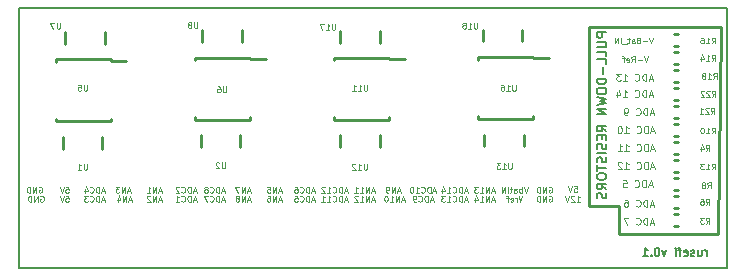
<source format=gbr>
G04 #@! TF.GenerationSoftware,KiCad,Pcbnew,(5.1.0-rc2-21-g16b3c80a7)*
G04 #@! TF.CreationDate,2019-05-25T16:35:41+02:00*
G04 #@! TF.ProjectId,Analog_Input_Module,416e616c-6f67-45f4-996e-7075745f4d6f,R2.1*
G04 #@! TF.SameCoordinates,Original*
G04 #@! TF.FileFunction,Legend,Bot*
G04 #@! TF.FilePolarity,Positive*
%FSLAX46Y46*%
G04 Gerber Fmt 4.6, Leading zero omitted, Abs format (unit mm)*
G04 Created by KiCad (PCBNEW (5.1.0-rc2-21-g16b3c80a7)) date 2019-05-25 16:35:41*
%MOMM*%
%LPD*%
G04 APERTURE LIST*
%ADD10C,0.130000*%
%ADD11C,0.250000*%
%ADD12C,0.100000*%
%ADD13C,0.150000*%
G04 APERTURE END LIST*
D10*
X78248333Y-41020166D02*
X78248333Y-40553500D01*
X78248333Y-40686833D02*
X78215000Y-40620166D01*
X78181666Y-40586833D01*
X78115000Y-40553500D01*
X78048333Y-40553500D01*
X77515000Y-40553500D02*
X77515000Y-41020166D01*
X77815000Y-40553500D02*
X77815000Y-40920166D01*
X77781666Y-40986833D01*
X77715000Y-41020166D01*
X77615000Y-41020166D01*
X77548333Y-40986833D01*
X77515000Y-40953500D01*
X77215000Y-40986833D02*
X77148333Y-41020166D01*
X77015000Y-41020166D01*
X76948333Y-40986833D01*
X76915000Y-40920166D01*
X76915000Y-40886833D01*
X76948333Y-40820166D01*
X77015000Y-40786833D01*
X77115000Y-40786833D01*
X77181666Y-40753500D01*
X77215000Y-40686833D01*
X77215000Y-40653500D01*
X77181666Y-40586833D01*
X77115000Y-40553500D01*
X77015000Y-40553500D01*
X76948333Y-40586833D01*
X76348333Y-40986833D02*
X76415000Y-41020166D01*
X76548333Y-41020166D01*
X76615000Y-40986833D01*
X76648333Y-40920166D01*
X76648333Y-40653500D01*
X76615000Y-40586833D01*
X76548333Y-40553500D01*
X76415000Y-40553500D01*
X76348333Y-40586833D01*
X76315000Y-40653500D01*
X76315000Y-40720166D01*
X76648333Y-40786833D01*
X76115000Y-40553500D02*
X75848333Y-40553500D01*
X76015000Y-41020166D02*
X76015000Y-40420166D01*
X75981666Y-40353500D01*
X75915000Y-40320166D01*
X75848333Y-40320166D01*
X75615000Y-41020166D02*
X75615000Y-40553500D01*
X75615000Y-40320166D02*
X75648333Y-40353500D01*
X75615000Y-40386833D01*
X75581666Y-40353500D01*
X75615000Y-40320166D01*
X75615000Y-40386833D01*
X74815000Y-40553500D02*
X74648333Y-41020166D01*
X74481666Y-40553500D01*
X74081666Y-40320166D02*
X74015000Y-40320166D01*
X73948333Y-40353500D01*
X73915000Y-40386833D01*
X73881666Y-40453500D01*
X73848333Y-40586833D01*
X73848333Y-40753500D01*
X73881666Y-40886833D01*
X73915000Y-40953500D01*
X73948333Y-40986833D01*
X74015000Y-41020166D01*
X74081666Y-41020166D01*
X74148333Y-40986833D01*
X74181666Y-40953500D01*
X74215000Y-40886833D01*
X74248333Y-40753500D01*
X74248333Y-40586833D01*
X74215000Y-40453500D01*
X74181666Y-40386833D01*
X74148333Y-40353500D01*
X74081666Y-40320166D01*
X73548333Y-40953500D02*
X73515000Y-40986833D01*
X73548333Y-41020166D01*
X73581666Y-40986833D01*
X73548333Y-40953500D01*
X73548333Y-41020166D01*
X72848333Y-41020166D02*
X73248333Y-41020166D01*
X73048333Y-41020166D02*
X73048333Y-40320166D01*
X73115000Y-40420166D01*
X73181666Y-40486833D01*
X73248333Y-40520166D01*
D11*
X70866000Y-36766500D02*
X70866000Y-39052500D01*
X68326000Y-36766500D02*
X70866000Y-36766500D01*
X68326000Y-36068000D02*
X68326000Y-36766500D01*
D12*
X73282833Y-24110190D02*
X73116166Y-24610190D01*
X72949500Y-24110190D01*
X72782833Y-24419714D02*
X72401880Y-24419714D01*
X71878071Y-24610190D02*
X72044738Y-24372095D01*
X72163785Y-24610190D02*
X72163785Y-24110190D01*
X71973309Y-24110190D01*
X71925690Y-24134000D01*
X71901880Y-24157809D01*
X71878071Y-24205428D01*
X71878071Y-24276857D01*
X71901880Y-24324476D01*
X71925690Y-24348285D01*
X71973309Y-24372095D01*
X72163785Y-24372095D01*
X71473309Y-24586380D02*
X71520928Y-24610190D01*
X71616166Y-24610190D01*
X71663785Y-24586380D01*
X71687595Y-24538761D01*
X71687595Y-24348285D01*
X71663785Y-24300666D01*
X71616166Y-24276857D01*
X71520928Y-24276857D01*
X71473309Y-24300666D01*
X71449500Y-24348285D01*
X71449500Y-24395904D01*
X71687595Y-24443523D01*
X71306642Y-24276857D02*
X71116166Y-24276857D01*
X71235214Y-24610190D02*
X71235214Y-24181619D01*
X71211404Y-24134000D01*
X71163785Y-24110190D01*
X71116166Y-24110190D01*
X73739166Y-22522690D02*
X73572500Y-23022690D01*
X73405833Y-22522690D01*
X73239166Y-22832214D02*
X72858214Y-22832214D01*
X72453452Y-22760785D02*
X72382023Y-22784595D01*
X72358214Y-22808404D01*
X72334404Y-22856023D01*
X72334404Y-22927452D01*
X72358214Y-22975071D01*
X72382023Y-22998880D01*
X72429642Y-23022690D01*
X72620119Y-23022690D01*
X72620119Y-22522690D01*
X72453452Y-22522690D01*
X72405833Y-22546500D01*
X72382023Y-22570309D01*
X72358214Y-22617928D01*
X72358214Y-22665547D01*
X72382023Y-22713166D01*
X72405833Y-22736976D01*
X72453452Y-22760785D01*
X72620119Y-22760785D01*
X71905833Y-23022690D02*
X71905833Y-22760785D01*
X71929642Y-22713166D01*
X71977261Y-22689357D01*
X72072500Y-22689357D01*
X72120119Y-22713166D01*
X71905833Y-22998880D02*
X71953452Y-23022690D01*
X72072500Y-23022690D01*
X72120119Y-22998880D01*
X72143928Y-22951261D01*
X72143928Y-22903642D01*
X72120119Y-22856023D01*
X72072500Y-22832214D01*
X71953452Y-22832214D01*
X71905833Y-22808404D01*
X71739166Y-22689357D02*
X71548690Y-22689357D01*
X71667738Y-22522690D02*
X71667738Y-22951261D01*
X71643928Y-22998880D01*
X71596309Y-23022690D01*
X71548690Y-23022690D01*
X71501071Y-23070309D02*
X71120119Y-23070309D01*
X71001071Y-23022690D02*
X71001071Y-22522690D01*
X70762976Y-23022690D02*
X70762976Y-22522690D01*
X70477261Y-23022690D01*
X70477261Y-22522690D01*
X67024238Y-35095690D02*
X67262333Y-35095690D01*
X67286142Y-35333785D01*
X67262333Y-35309976D01*
X67214714Y-35286166D01*
X67095666Y-35286166D01*
X67048047Y-35309976D01*
X67024238Y-35333785D01*
X67000428Y-35381404D01*
X67000428Y-35500452D01*
X67024238Y-35548071D01*
X67048047Y-35571880D01*
X67095666Y-35595690D01*
X67214714Y-35595690D01*
X67262333Y-35571880D01*
X67286142Y-35548071D01*
X66857571Y-35095690D02*
X66690904Y-35595690D01*
X66524238Y-35095690D01*
X60293142Y-36278333D02*
X60055047Y-36278333D01*
X60340761Y-36421190D02*
X60174095Y-35921190D01*
X60007428Y-36421190D01*
X59840761Y-36421190D02*
X59840761Y-35921190D01*
X59555047Y-36421190D01*
X59555047Y-35921190D01*
X59055047Y-36421190D02*
X59340761Y-36421190D01*
X59197904Y-36421190D02*
X59197904Y-35921190D01*
X59245523Y-35992619D01*
X59293142Y-36040238D01*
X59340761Y-36064047D01*
X58626476Y-36087857D02*
X58626476Y-36421190D01*
X58745523Y-35897380D02*
X58864571Y-36254523D01*
X58555047Y-36254523D01*
X64896952Y-35945000D02*
X64944571Y-35921190D01*
X65016000Y-35921190D01*
X65087428Y-35945000D01*
X65135047Y-35992619D01*
X65158857Y-36040238D01*
X65182666Y-36135476D01*
X65182666Y-36206904D01*
X65158857Y-36302142D01*
X65135047Y-36349761D01*
X65087428Y-36397380D01*
X65016000Y-36421190D01*
X64968380Y-36421190D01*
X64896952Y-36397380D01*
X64873142Y-36373571D01*
X64873142Y-36206904D01*
X64968380Y-36206904D01*
X64658857Y-36421190D02*
X64658857Y-35921190D01*
X64373142Y-36421190D01*
X64373142Y-35921190D01*
X64135047Y-36421190D02*
X64135047Y-35921190D01*
X64016000Y-35921190D01*
X63944571Y-35945000D01*
X63896952Y-35992619D01*
X63873142Y-36040238D01*
X63849333Y-36135476D01*
X63849333Y-36206904D01*
X63873142Y-36302142D01*
X63896952Y-36349761D01*
X63944571Y-36397380D01*
X64016000Y-36421190D01*
X64135047Y-36421190D01*
X63118857Y-35159190D02*
X62952190Y-35659190D01*
X62785523Y-35159190D01*
X62618857Y-35659190D02*
X62618857Y-35159190D01*
X62618857Y-35349666D02*
X62571238Y-35325857D01*
X62476000Y-35325857D01*
X62428380Y-35349666D01*
X62404571Y-35373476D01*
X62380761Y-35421095D01*
X62380761Y-35563952D01*
X62404571Y-35611571D01*
X62428380Y-35635380D01*
X62476000Y-35659190D01*
X62571238Y-35659190D01*
X62618857Y-35635380D01*
X61952190Y-35659190D02*
X61952190Y-35397285D01*
X61976000Y-35349666D01*
X62023619Y-35325857D01*
X62118857Y-35325857D01*
X62166476Y-35349666D01*
X61952190Y-35635380D02*
X61999809Y-35659190D01*
X62118857Y-35659190D01*
X62166476Y-35635380D01*
X62190285Y-35587761D01*
X62190285Y-35540142D01*
X62166476Y-35492523D01*
X62118857Y-35468714D01*
X61999809Y-35468714D01*
X61952190Y-35444904D01*
X61785523Y-35325857D02*
X61595047Y-35325857D01*
X61714095Y-35159190D02*
X61714095Y-35587761D01*
X61690285Y-35635380D01*
X61642666Y-35659190D01*
X61595047Y-35659190D01*
X61428380Y-35659190D02*
X61428380Y-35159190D01*
X61190285Y-35659190D02*
X61190285Y-35159190D01*
X60904571Y-35659190D01*
X60904571Y-35159190D01*
X60293142Y-35516333D02*
X60055047Y-35516333D01*
X60340761Y-35659190D02*
X60174095Y-35159190D01*
X60007428Y-35659190D01*
X59840761Y-35659190D02*
X59840761Y-35159190D01*
X59555047Y-35659190D01*
X59555047Y-35159190D01*
X59055047Y-35659190D02*
X59340761Y-35659190D01*
X59197904Y-35659190D02*
X59197904Y-35159190D01*
X59245523Y-35230619D01*
X59293142Y-35278238D01*
X59340761Y-35302047D01*
X58888380Y-35159190D02*
X58578857Y-35159190D01*
X58745523Y-35349666D01*
X58674095Y-35349666D01*
X58626476Y-35373476D01*
X58602666Y-35397285D01*
X58578857Y-35444904D01*
X58578857Y-35563952D01*
X58602666Y-35611571D01*
X58626476Y-35635380D01*
X58674095Y-35659190D01*
X58816952Y-35659190D01*
X58864571Y-35635380D01*
X58888380Y-35611571D01*
X67238523Y-36421190D02*
X67524238Y-36421190D01*
X67381380Y-36421190D02*
X67381380Y-35921190D01*
X67429000Y-35992619D01*
X67476619Y-36040238D01*
X67524238Y-36064047D01*
X67048047Y-35968809D02*
X67024238Y-35945000D01*
X66976619Y-35921190D01*
X66857571Y-35921190D01*
X66809952Y-35945000D01*
X66786142Y-35968809D01*
X66762333Y-36016428D01*
X66762333Y-36064047D01*
X66786142Y-36135476D01*
X67071857Y-36421190D01*
X66762333Y-36421190D01*
X66619476Y-35921190D02*
X66452809Y-36421190D01*
X66286142Y-35921190D01*
X57991238Y-36278333D02*
X57753142Y-36278333D01*
X58038857Y-36421190D02*
X57872190Y-35921190D01*
X57705523Y-36421190D01*
X57538857Y-36421190D02*
X57538857Y-35921190D01*
X57419809Y-35921190D01*
X57348380Y-35945000D01*
X57300761Y-35992619D01*
X57276952Y-36040238D01*
X57253142Y-36135476D01*
X57253142Y-36206904D01*
X57276952Y-36302142D01*
X57300761Y-36349761D01*
X57348380Y-36397380D01*
X57419809Y-36421190D01*
X57538857Y-36421190D01*
X56753142Y-36373571D02*
X56776952Y-36397380D01*
X56848380Y-36421190D01*
X56896000Y-36421190D01*
X56967428Y-36397380D01*
X57015047Y-36349761D01*
X57038857Y-36302142D01*
X57062666Y-36206904D01*
X57062666Y-36135476D01*
X57038857Y-36040238D01*
X57015047Y-35992619D01*
X56967428Y-35945000D01*
X56896000Y-35921190D01*
X56848380Y-35921190D01*
X56776952Y-35945000D01*
X56753142Y-35968809D01*
X56276952Y-36421190D02*
X56562666Y-36421190D01*
X56419809Y-36421190D02*
X56419809Y-35921190D01*
X56467428Y-35992619D01*
X56515047Y-36040238D01*
X56562666Y-36064047D01*
X56110285Y-35921190D02*
X55800761Y-35921190D01*
X55967428Y-36111666D01*
X55896000Y-36111666D01*
X55848380Y-36135476D01*
X55824571Y-36159285D01*
X55800761Y-36206904D01*
X55800761Y-36325952D01*
X55824571Y-36373571D01*
X55848380Y-36397380D01*
X55896000Y-36421190D01*
X56038857Y-36421190D01*
X56086476Y-36397380D01*
X56110285Y-36373571D01*
X62654571Y-35921190D02*
X62487904Y-36421190D01*
X62321238Y-35921190D01*
X62154571Y-36421190D02*
X62154571Y-36087857D01*
X62154571Y-36183095D02*
X62130761Y-36135476D01*
X62106952Y-36111666D01*
X62059333Y-36087857D01*
X62011714Y-36087857D01*
X61654571Y-36397380D02*
X61702190Y-36421190D01*
X61797428Y-36421190D01*
X61845047Y-36397380D01*
X61868857Y-36349761D01*
X61868857Y-36159285D01*
X61845047Y-36111666D01*
X61797428Y-36087857D01*
X61702190Y-36087857D01*
X61654571Y-36111666D01*
X61630761Y-36159285D01*
X61630761Y-36206904D01*
X61868857Y-36254523D01*
X61487904Y-36087857D02*
X61297428Y-36087857D01*
X61416476Y-36421190D02*
X61416476Y-35992619D01*
X61392666Y-35945000D01*
X61345047Y-35921190D01*
X61297428Y-35921190D01*
X52308047Y-35516333D02*
X52069952Y-35516333D01*
X52355666Y-35659190D02*
X52189000Y-35159190D01*
X52022333Y-35659190D01*
X51855666Y-35659190D02*
X51855666Y-35159190D01*
X51569952Y-35659190D01*
X51569952Y-35159190D01*
X51308047Y-35659190D02*
X51212809Y-35659190D01*
X51165190Y-35635380D01*
X51141380Y-35611571D01*
X51093761Y-35540142D01*
X51069952Y-35444904D01*
X51069952Y-35254428D01*
X51093761Y-35206809D01*
X51117571Y-35183000D01*
X51165190Y-35159190D01*
X51260428Y-35159190D01*
X51308047Y-35183000D01*
X51331857Y-35206809D01*
X51355666Y-35254428D01*
X51355666Y-35373476D01*
X51331857Y-35421095D01*
X51308047Y-35444904D01*
X51260428Y-35468714D01*
X51165190Y-35468714D01*
X51117571Y-35444904D01*
X51093761Y-35421095D01*
X51069952Y-35373476D01*
X57991238Y-35516333D02*
X57753142Y-35516333D01*
X58038857Y-35659190D02*
X57872190Y-35159190D01*
X57705523Y-35659190D01*
X57538857Y-35659190D02*
X57538857Y-35159190D01*
X57419809Y-35159190D01*
X57348380Y-35183000D01*
X57300761Y-35230619D01*
X57276952Y-35278238D01*
X57253142Y-35373476D01*
X57253142Y-35444904D01*
X57276952Y-35540142D01*
X57300761Y-35587761D01*
X57348380Y-35635380D01*
X57419809Y-35659190D01*
X57538857Y-35659190D01*
X56753142Y-35611571D02*
X56776952Y-35635380D01*
X56848380Y-35659190D01*
X56896000Y-35659190D01*
X56967428Y-35635380D01*
X57015047Y-35587761D01*
X57038857Y-35540142D01*
X57062666Y-35444904D01*
X57062666Y-35373476D01*
X57038857Y-35278238D01*
X57015047Y-35230619D01*
X56967428Y-35183000D01*
X56896000Y-35159190D01*
X56848380Y-35159190D01*
X56776952Y-35183000D01*
X56753142Y-35206809D01*
X56276952Y-35659190D02*
X56562666Y-35659190D01*
X56419809Y-35659190D02*
X56419809Y-35159190D01*
X56467428Y-35230619D01*
X56515047Y-35278238D01*
X56562666Y-35302047D01*
X55848380Y-35325857D02*
X55848380Y-35659190D01*
X55967428Y-35135380D02*
X56086476Y-35492523D01*
X55776952Y-35492523D01*
X64896952Y-35183000D02*
X64944571Y-35159190D01*
X65016000Y-35159190D01*
X65087428Y-35183000D01*
X65135047Y-35230619D01*
X65158857Y-35278238D01*
X65182666Y-35373476D01*
X65182666Y-35444904D01*
X65158857Y-35540142D01*
X65135047Y-35587761D01*
X65087428Y-35635380D01*
X65016000Y-35659190D01*
X64968380Y-35659190D01*
X64896952Y-35635380D01*
X64873142Y-35611571D01*
X64873142Y-35444904D01*
X64968380Y-35444904D01*
X64658857Y-35659190D02*
X64658857Y-35159190D01*
X64373142Y-35659190D01*
X64373142Y-35159190D01*
X64135047Y-35659190D02*
X64135047Y-35159190D01*
X64016000Y-35159190D01*
X63944571Y-35183000D01*
X63896952Y-35230619D01*
X63873142Y-35278238D01*
X63849333Y-35373476D01*
X63849333Y-35444904D01*
X63873142Y-35540142D01*
X63896952Y-35587761D01*
X63944571Y-35635380D01*
X64016000Y-35659190D01*
X64135047Y-35659190D01*
X29575047Y-36278333D02*
X29336952Y-36278333D01*
X29622666Y-36421190D02*
X29456000Y-35921190D01*
X29289333Y-36421190D01*
X29122666Y-36421190D02*
X29122666Y-35921190D01*
X28836952Y-36421190D01*
X28836952Y-35921190D01*
X28384571Y-36087857D02*
X28384571Y-36421190D01*
X28503619Y-35897380D02*
X28622666Y-36254523D01*
X28313142Y-36254523D01*
X37433142Y-36278333D02*
X37195047Y-36278333D01*
X37480761Y-36421190D02*
X37314095Y-35921190D01*
X37147428Y-36421190D01*
X36980761Y-36421190D02*
X36980761Y-35921190D01*
X36861714Y-35921190D01*
X36790285Y-35945000D01*
X36742666Y-35992619D01*
X36718857Y-36040238D01*
X36695047Y-36135476D01*
X36695047Y-36206904D01*
X36718857Y-36302142D01*
X36742666Y-36349761D01*
X36790285Y-36397380D01*
X36861714Y-36421190D01*
X36980761Y-36421190D01*
X36195047Y-36373571D02*
X36218857Y-36397380D01*
X36290285Y-36421190D01*
X36337904Y-36421190D01*
X36409333Y-36397380D01*
X36456952Y-36349761D01*
X36480761Y-36302142D01*
X36504571Y-36206904D01*
X36504571Y-36135476D01*
X36480761Y-36040238D01*
X36456952Y-35992619D01*
X36409333Y-35945000D01*
X36337904Y-35921190D01*
X36290285Y-35921190D01*
X36218857Y-35945000D01*
X36195047Y-35968809D01*
X36028380Y-35921190D02*
X35695047Y-35921190D01*
X35909333Y-36421190D01*
X21843952Y-35945000D02*
X21891571Y-35921190D01*
X21963000Y-35921190D01*
X22034428Y-35945000D01*
X22082047Y-35992619D01*
X22105857Y-36040238D01*
X22129666Y-36135476D01*
X22129666Y-36206904D01*
X22105857Y-36302142D01*
X22082047Y-36349761D01*
X22034428Y-36397380D01*
X21963000Y-36421190D01*
X21915380Y-36421190D01*
X21843952Y-36397380D01*
X21820142Y-36373571D01*
X21820142Y-36206904D01*
X21915380Y-36206904D01*
X21605857Y-36421190D02*
X21605857Y-35921190D01*
X21320142Y-36421190D01*
X21320142Y-35921190D01*
X21082047Y-36421190D02*
X21082047Y-35921190D01*
X20963000Y-35921190D01*
X20891571Y-35945000D01*
X20843952Y-35992619D01*
X20820142Y-36040238D01*
X20796333Y-36135476D01*
X20796333Y-36206904D01*
X20820142Y-36302142D01*
X20843952Y-36349761D01*
X20891571Y-36397380D01*
X20963000Y-36421190D01*
X21082047Y-36421190D01*
X50133142Y-36278333D02*
X49895047Y-36278333D01*
X50180761Y-36421190D02*
X50014095Y-35921190D01*
X49847428Y-36421190D01*
X49680761Y-36421190D02*
X49680761Y-35921190D01*
X49395047Y-36421190D01*
X49395047Y-35921190D01*
X48895047Y-36421190D02*
X49180761Y-36421190D01*
X49037904Y-36421190D02*
X49037904Y-35921190D01*
X49085523Y-35992619D01*
X49133142Y-36040238D01*
X49180761Y-36064047D01*
X48704571Y-35968809D02*
X48680761Y-35945000D01*
X48633142Y-35921190D01*
X48514095Y-35921190D01*
X48466476Y-35945000D01*
X48442666Y-35968809D01*
X48418857Y-36016428D01*
X48418857Y-36064047D01*
X48442666Y-36135476D01*
X48728380Y-36421190D01*
X48418857Y-36421190D01*
X42275047Y-36278333D02*
X42036952Y-36278333D01*
X42322666Y-36421190D02*
X42156000Y-35921190D01*
X41989333Y-36421190D01*
X41822666Y-36421190D02*
X41822666Y-35921190D01*
X41536952Y-36421190D01*
X41536952Y-35921190D01*
X41084571Y-35921190D02*
X41179809Y-35921190D01*
X41227428Y-35945000D01*
X41251238Y-35968809D01*
X41298857Y-36040238D01*
X41322666Y-36135476D01*
X41322666Y-36325952D01*
X41298857Y-36373571D01*
X41275047Y-36397380D01*
X41227428Y-36421190D01*
X41132190Y-36421190D01*
X41084571Y-36397380D01*
X41060761Y-36373571D01*
X41036952Y-36325952D01*
X41036952Y-36206904D01*
X41060761Y-36159285D01*
X41084571Y-36135476D01*
X41132190Y-36111666D01*
X41227428Y-36111666D01*
X41275047Y-36135476D01*
X41298857Y-36159285D01*
X41322666Y-36206904D01*
X45053142Y-36278333D02*
X44815047Y-36278333D01*
X45100761Y-36421190D02*
X44934095Y-35921190D01*
X44767428Y-36421190D01*
X44600761Y-36421190D02*
X44600761Y-35921190D01*
X44481714Y-35921190D01*
X44410285Y-35945000D01*
X44362666Y-35992619D01*
X44338857Y-36040238D01*
X44315047Y-36135476D01*
X44315047Y-36206904D01*
X44338857Y-36302142D01*
X44362666Y-36349761D01*
X44410285Y-36397380D01*
X44481714Y-36421190D01*
X44600761Y-36421190D01*
X43815047Y-36373571D02*
X43838857Y-36397380D01*
X43910285Y-36421190D01*
X43957904Y-36421190D01*
X44029333Y-36397380D01*
X44076952Y-36349761D01*
X44100761Y-36302142D01*
X44124571Y-36206904D01*
X44124571Y-36135476D01*
X44100761Y-36040238D01*
X44076952Y-35992619D01*
X44029333Y-35945000D01*
X43957904Y-35921190D01*
X43910285Y-35921190D01*
X43838857Y-35945000D01*
X43815047Y-35968809D01*
X43362666Y-35921190D02*
X43600761Y-35921190D01*
X43624571Y-36159285D01*
X43600761Y-36135476D01*
X43553142Y-36111666D01*
X43434095Y-36111666D01*
X43386476Y-36135476D01*
X43362666Y-36159285D01*
X43338857Y-36206904D01*
X43338857Y-36325952D01*
X43362666Y-36373571D01*
X43386476Y-36397380D01*
X43434095Y-36421190D01*
X43553142Y-36421190D01*
X43600761Y-36397380D01*
X43624571Y-36373571D01*
X55086142Y-36278333D02*
X54848047Y-36278333D01*
X55133761Y-36421190D02*
X54967095Y-35921190D01*
X54800428Y-36421190D01*
X54633761Y-36421190D02*
X54633761Y-35921190D01*
X54514714Y-35921190D01*
X54443285Y-35945000D01*
X54395666Y-35992619D01*
X54371857Y-36040238D01*
X54348047Y-36135476D01*
X54348047Y-36206904D01*
X54371857Y-36302142D01*
X54395666Y-36349761D01*
X54443285Y-36397380D01*
X54514714Y-36421190D01*
X54633761Y-36421190D01*
X53848047Y-36373571D02*
X53871857Y-36397380D01*
X53943285Y-36421190D01*
X53990904Y-36421190D01*
X54062333Y-36397380D01*
X54109952Y-36349761D01*
X54133761Y-36302142D01*
X54157571Y-36206904D01*
X54157571Y-36135476D01*
X54133761Y-36040238D01*
X54109952Y-35992619D01*
X54062333Y-35945000D01*
X53990904Y-35921190D01*
X53943285Y-35921190D01*
X53871857Y-35945000D01*
X53848047Y-35968809D01*
X53609952Y-36421190D02*
X53514714Y-36421190D01*
X53467095Y-36397380D01*
X53443285Y-36373571D01*
X53395666Y-36302142D01*
X53371857Y-36206904D01*
X53371857Y-36016428D01*
X53395666Y-35968809D01*
X53419476Y-35945000D01*
X53467095Y-35921190D01*
X53562333Y-35921190D01*
X53609952Y-35945000D01*
X53633761Y-35968809D01*
X53657571Y-36016428D01*
X53657571Y-36135476D01*
X53633761Y-36183095D01*
X53609952Y-36206904D01*
X53562333Y-36230714D01*
X53467095Y-36230714D01*
X53419476Y-36206904D01*
X53395666Y-36183095D01*
X53371857Y-36135476D01*
X52673142Y-36278333D02*
X52435047Y-36278333D01*
X52720761Y-36421190D02*
X52554095Y-35921190D01*
X52387428Y-36421190D01*
X52220761Y-36421190D02*
X52220761Y-35921190D01*
X51935047Y-36421190D01*
X51935047Y-35921190D01*
X51435047Y-36421190D02*
X51720761Y-36421190D01*
X51577904Y-36421190D02*
X51577904Y-35921190D01*
X51625523Y-35992619D01*
X51673142Y-36040238D01*
X51720761Y-36064047D01*
X51125523Y-35921190D02*
X51077904Y-35921190D01*
X51030285Y-35945000D01*
X51006476Y-35968809D01*
X50982666Y-36016428D01*
X50958857Y-36111666D01*
X50958857Y-36230714D01*
X50982666Y-36325952D01*
X51006476Y-36373571D01*
X51030285Y-36397380D01*
X51077904Y-36421190D01*
X51125523Y-36421190D01*
X51173142Y-36397380D01*
X51196952Y-36373571D01*
X51220761Y-36325952D01*
X51244571Y-36230714D01*
X51244571Y-36111666D01*
X51220761Y-36016428D01*
X51196952Y-35968809D01*
X51173142Y-35945000D01*
X51125523Y-35921190D01*
X55324238Y-35516333D02*
X55086142Y-35516333D01*
X55371857Y-35659190D02*
X55205190Y-35159190D01*
X55038523Y-35659190D01*
X54871857Y-35659190D02*
X54871857Y-35159190D01*
X54752809Y-35159190D01*
X54681380Y-35183000D01*
X54633761Y-35230619D01*
X54609952Y-35278238D01*
X54586142Y-35373476D01*
X54586142Y-35444904D01*
X54609952Y-35540142D01*
X54633761Y-35587761D01*
X54681380Y-35635380D01*
X54752809Y-35659190D01*
X54871857Y-35659190D01*
X54086142Y-35611571D02*
X54109952Y-35635380D01*
X54181380Y-35659190D01*
X54229000Y-35659190D01*
X54300428Y-35635380D01*
X54348047Y-35587761D01*
X54371857Y-35540142D01*
X54395666Y-35444904D01*
X54395666Y-35373476D01*
X54371857Y-35278238D01*
X54348047Y-35230619D01*
X54300428Y-35183000D01*
X54229000Y-35159190D01*
X54181380Y-35159190D01*
X54109952Y-35183000D01*
X54086142Y-35206809D01*
X53609952Y-35659190D02*
X53895666Y-35659190D01*
X53752809Y-35659190D02*
X53752809Y-35159190D01*
X53800428Y-35230619D01*
X53848047Y-35278238D01*
X53895666Y-35302047D01*
X53300428Y-35159190D02*
X53252809Y-35159190D01*
X53205190Y-35183000D01*
X53181380Y-35206809D01*
X53157571Y-35254428D01*
X53133761Y-35349666D01*
X53133761Y-35468714D01*
X53157571Y-35563952D01*
X53181380Y-35611571D01*
X53205190Y-35635380D01*
X53252809Y-35659190D01*
X53300428Y-35659190D01*
X53348047Y-35635380D01*
X53371857Y-35611571D01*
X53395666Y-35563952D01*
X53419476Y-35468714D01*
X53419476Y-35349666D01*
X53395666Y-35254428D01*
X53371857Y-35206809D01*
X53348047Y-35183000D01*
X53300428Y-35159190D01*
X27273142Y-36278333D02*
X27035047Y-36278333D01*
X27320761Y-36421190D02*
X27154095Y-35921190D01*
X26987428Y-36421190D01*
X26820761Y-36421190D02*
X26820761Y-35921190D01*
X26701714Y-35921190D01*
X26630285Y-35945000D01*
X26582666Y-35992619D01*
X26558857Y-36040238D01*
X26535047Y-36135476D01*
X26535047Y-36206904D01*
X26558857Y-36302142D01*
X26582666Y-36349761D01*
X26630285Y-36397380D01*
X26701714Y-36421190D01*
X26820761Y-36421190D01*
X26035047Y-36373571D02*
X26058857Y-36397380D01*
X26130285Y-36421190D01*
X26177904Y-36421190D01*
X26249333Y-36397380D01*
X26296952Y-36349761D01*
X26320761Y-36302142D01*
X26344571Y-36206904D01*
X26344571Y-36135476D01*
X26320761Y-36040238D01*
X26296952Y-35992619D01*
X26249333Y-35945000D01*
X26177904Y-35921190D01*
X26130285Y-35921190D01*
X26058857Y-35945000D01*
X26035047Y-35968809D01*
X25868380Y-35921190D02*
X25558857Y-35921190D01*
X25725523Y-36111666D01*
X25654095Y-36111666D01*
X25606476Y-36135476D01*
X25582666Y-36159285D01*
X25558857Y-36206904D01*
X25558857Y-36325952D01*
X25582666Y-36373571D01*
X25606476Y-36397380D01*
X25654095Y-36421190D01*
X25796952Y-36421190D01*
X25844571Y-36397380D01*
X25868380Y-36373571D01*
X39608047Y-36278333D02*
X39369952Y-36278333D01*
X39655666Y-36421190D02*
X39489000Y-35921190D01*
X39322333Y-36421190D01*
X39155666Y-36421190D02*
X39155666Y-35921190D01*
X38869952Y-36421190D01*
X38869952Y-35921190D01*
X38560428Y-36135476D02*
X38608047Y-36111666D01*
X38631857Y-36087857D01*
X38655666Y-36040238D01*
X38655666Y-36016428D01*
X38631857Y-35968809D01*
X38608047Y-35945000D01*
X38560428Y-35921190D01*
X38465190Y-35921190D01*
X38417571Y-35945000D01*
X38393761Y-35968809D01*
X38369952Y-36016428D01*
X38369952Y-36040238D01*
X38393761Y-36087857D01*
X38417571Y-36111666D01*
X38465190Y-36135476D01*
X38560428Y-36135476D01*
X38608047Y-36159285D01*
X38631857Y-36183095D01*
X38655666Y-36230714D01*
X38655666Y-36325952D01*
X38631857Y-36373571D01*
X38608047Y-36397380D01*
X38560428Y-36421190D01*
X38465190Y-36421190D01*
X38417571Y-36397380D01*
X38393761Y-36373571D01*
X38369952Y-36325952D01*
X38369952Y-36230714D01*
X38393761Y-36183095D01*
X38417571Y-36159285D01*
X38465190Y-36135476D01*
X37433142Y-35516333D02*
X37195047Y-35516333D01*
X37480761Y-35659190D02*
X37314095Y-35159190D01*
X37147428Y-35659190D01*
X36980761Y-35659190D02*
X36980761Y-35159190D01*
X36861714Y-35159190D01*
X36790285Y-35183000D01*
X36742666Y-35230619D01*
X36718857Y-35278238D01*
X36695047Y-35373476D01*
X36695047Y-35444904D01*
X36718857Y-35540142D01*
X36742666Y-35587761D01*
X36790285Y-35635380D01*
X36861714Y-35659190D01*
X36980761Y-35659190D01*
X36195047Y-35611571D02*
X36218857Y-35635380D01*
X36290285Y-35659190D01*
X36337904Y-35659190D01*
X36409333Y-35635380D01*
X36456952Y-35587761D01*
X36480761Y-35540142D01*
X36504571Y-35444904D01*
X36504571Y-35373476D01*
X36480761Y-35278238D01*
X36456952Y-35230619D01*
X36409333Y-35183000D01*
X36337904Y-35159190D01*
X36290285Y-35159190D01*
X36218857Y-35183000D01*
X36195047Y-35206809D01*
X35909333Y-35373476D02*
X35956952Y-35349666D01*
X35980761Y-35325857D01*
X36004571Y-35278238D01*
X36004571Y-35254428D01*
X35980761Y-35206809D01*
X35956952Y-35183000D01*
X35909333Y-35159190D01*
X35814095Y-35159190D01*
X35766476Y-35183000D01*
X35742666Y-35206809D01*
X35718857Y-35254428D01*
X35718857Y-35278238D01*
X35742666Y-35325857D01*
X35766476Y-35349666D01*
X35814095Y-35373476D01*
X35909333Y-35373476D01*
X35956952Y-35397285D01*
X35980761Y-35421095D01*
X36004571Y-35468714D01*
X36004571Y-35563952D01*
X35980761Y-35611571D01*
X35956952Y-35635380D01*
X35909333Y-35659190D01*
X35814095Y-35659190D01*
X35766476Y-35635380D01*
X35742666Y-35611571D01*
X35718857Y-35563952D01*
X35718857Y-35468714D01*
X35742666Y-35421095D01*
X35766476Y-35397285D01*
X35814095Y-35373476D01*
X27273142Y-35516333D02*
X27035047Y-35516333D01*
X27320761Y-35659190D02*
X27154095Y-35159190D01*
X26987428Y-35659190D01*
X26820761Y-35659190D02*
X26820761Y-35159190D01*
X26701714Y-35159190D01*
X26630285Y-35183000D01*
X26582666Y-35230619D01*
X26558857Y-35278238D01*
X26535047Y-35373476D01*
X26535047Y-35444904D01*
X26558857Y-35540142D01*
X26582666Y-35587761D01*
X26630285Y-35635380D01*
X26701714Y-35659190D01*
X26820761Y-35659190D01*
X26035047Y-35611571D02*
X26058857Y-35635380D01*
X26130285Y-35659190D01*
X26177904Y-35659190D01*
X26249333Y-35635380D01*
X26296952Y-35587761D01*
X26320761Y-35540142D01*
X26344571Y-35444904D01*
X26344571Y-35373476D01*
X26320761Y-35278238D01*
X26296952Y-35230619D01*
X26249333Y-35183000D01*
X26177904Y-35159190D01*
X26130285Y-35159190D01*
X26058857Y-35183000D01*
X26035047Y-35206809D01*
X25606476Y-35325857D02*
X25606476Y-35659190D01*
X25725523Y-35135380D02*
X25844571Y-35492523D01*
X25535047Y-35492523D01*
X23971238Y-35921190D02*
X24209333Y-35921190D01*
X24233142Y-36159285D01*
X24209333Y-36135476D01*
X24161714Y-36111666D01*
X24042666Y-36111666D01*
X23995047Y-36135476D01*
X23971238Y-36159285D01*
X23947428Y-36206904D01*
X23947428Y-36325952D01*
X23971238Y-36373571D01*
X23995047Y-36397380D01*
X24042666Y-36421190D01*
X24161714Y-36421190D01*
X24209333Y-36397380D01*
X24233142Y-36373571D01*
X23804571Y-35921190D02*
X23637904Y-36421190D01*
X23471238Y-35921190D01*
X45053142Y-35516333D02*
X44815047Y-35516333D01*
X45100761Y-35659190D02*
X44934095Y-35159190D01*
X44767428Y-35659190D01*
X44600761Y-35659190D02*
X44600761Y-35159190D01*
X44481714Y-35159190D01*
X44410285Y-35183000D01*
X44362666Y-35230619D01*
X44338857Y-35278238D01*
X44315047Y-35373476D01*
X44315047Y-35444904D01*
X44338857Y-35540142D01*
X44362666Y-35587761D01*
X44410285Y-35635380D01*
X44481714Y-35659190D01*
X44600761Y-35659190D01*
X43815047Y-35611571D02*
X43838857Y-35635380D01*
X43910285Y-35659190D01*
X43957904Y-35659190D01*
X44029333Y-35635380D01*
X44076952Y-35587761D01*
X44100761Y-35540142D01*
X44124571Y-35444904D01*
X44124571Y-35373476D01*
X44100761Y-35278238D01*
X44076952Y-35230619D01*
X44029333Y-35183000D01*
X43957904Y-35159190D01*
X43910285Y-35159190D01*
X43838857Y-35183000D01*
X43815047Y-35206809D01*
X43386476Y-35159190D02*
X43481714Y-35159190D01*
X43529333Y-35183000D01*
X43553142Y-35206809D01*
X43600761Y-35278238D01*
X43624571Y-35373476D01*
X43624571Y-35563952D01*
X43600761Y-35611571D01*
X43576952Y-35635380D01*
X43529333Y-35659190D01*
X43434095Y-35659190D01*
X43386476Y-35635380D01*
X43362666Y-35611571D01*
X43338857Y-35563952D01*
X43338857Y-35444904D01*
X43362666Y-35397285D01*
X43386476Y-35373476D01*
X43434095Y-35349666D01*
X43529333Y-35349666D01*
X43576952Y-35373476D01*
X43600761Y-35397285D01*
X43624571Y-35444904D01*
X23971238Y-35159190D02*
X24209333Y-35159190D01*
X24233142Y-35397285D01*
X24209333Y-35373476D01*
X24161714Y-35349666D01*
X24042666Y-35349666D01*
X23995047Y-35373476D01*
X23971238Y-35397285D01*
X23947428Y-35444904D01*
X23947428Y-35563952D01*
X23971238Y-35611571D01*
X23995047Y-35635380D01*
X24042666Y-35659190D01*
X24161714Y-35659190D01*
X24209333Y-35635380D01*
X24233142Y-35611571D01*
X23804571Y-35159190D02*
X23637904Y-35659190D01*
X23471238Y-35159190D01*
X42275047Y-35516333D02*
X42036952Y-35516333D01*
X42322666Y-35659190D02*
X42156000Y-35159190D01*
X41989333Y-35659190D01*
X41822666Y-35659190D02*
X41822666Y-35159190D01*
X41536952Y-35659190D01*
X41536952Y-35159190D01*
X41060761Y-35159190D02*
X41298857Y-35159190D01*
X41322666Y-35397285D01*
X41298857Y-35373476D01*
X41251238Y-35349666D01*
X41132190Y-35349666D01*
X41084571Y-35373476D01*
X41060761Y-35397285D01*
X41036952Y-35444904D01*
X41036952Y-35563952D01*
X41060761Y-35611571D01*
X41084571Y-35635380D01*
X41132190Y-35659190D01*
X41251238Y-35659190D01*
X41298857Y-35635380D01*
X41322666Y-35611571D01*
X47831238Y-36278333D02*
X47593142Y-36278333D01*
X47878857Y-36421190D02*
X47712190Y-35921190D01*
X47545523Y-36421190D01*
X47378857Y-36421190D02*
X47378857Y-35921190D01*
X47259809Y-35921190D01*
X47188380Y-35945000D01*
X47140761Y-35992619D01*
X47116952Y-36040238D01*
X47093142Y-36135476D01*
X47093142Y-36206904D01*
X47116952Y-36302142D01*
X47140761Y-36349761D01*
X47188380Y-36397380D01*
X47259809Y-36421190D01*
X47378857Y-36421190D01*
X46593142Y-36373571D02*
X46616952Y-36397380D01*
X46688380Y-36421190D01*
X46736000Y-36421190D01*
X46807428Y-36397380D01*
X46855047Y-36349761D01*
X46878857Y-36302142D01*
X46902666Y-36206904D01*
X46902666Y-36135476D01*
X46878857Y-36040238D01*
X46855047Y-35992619D01*
X46807428Y-35945000D01*
X46736000Y-35921190D01*
X46688380Y-35921190D01*
X46616952Y-35945000D01*
X46593142Y-35968809D01*
X46116952Y-36421190D02*
X46402666Y-36421190D01*
X46259809Y-36421190D02*
X46259809Y-35921190D01*
X46307428Y-35992619D01*
X46355047Y-36040238D01*
X46402666Y-36064047D01*
X45640761Y-36421190D02*
X45926476Y-36421190D01*
X45783619Y-36421190D02*
X45783619Y-35921190D01*
X45831238Y-35992619D01*
X45878857Y-36040238D01*
X45926476Y-36064047D01*
X32115047Y-36278333D02*
X31876952Y-36278333D01*
X32162666Y-36421190D02*
X31996000Y-35921190D01*
X31829333Y-36421190D01*
X31662666Y-36421190D02*
X31662666Y-35921190D01*
X31376952Y-36421190D01*
X31376952Y-35921190D01*
X31162666Y-35968809D02*
X31138857Y-35945000D01*
X31091238Y-35921190D01*
X30972190Y-35921190D01*
X30924571Y-35945000D01*
X30900761Y-35968809D01*
X30876952Y-36016428D01*
X30876952Y-36064047D01*
X30900761Y-36135476D01*
X31186476Y-36421190D01*
X30876952Y-36421190D01*
X35020142Y-36278333D02*
X34782047Y-36278333D01*
X35067761Y-36421190D02*
X34901095Y-35921190D01*
X34734428Y-36421190D01*
X34567761Y-36421190D02*
X34567761Y-35921190D01*
X34448714Y-35921190D01*
X34377285Y-35945000D01*
X34329666Y-35992619D01*
X34305857Y-36040238D01*
X34282047Y-36135476D01*
X34282047Y-36206904D01*
X34305857Y-36302142D01*
X34329666Y-36349761D01*
X34377285Y-36397380D01*
X34448714Y-36421190D01*
X34567761Y-36421190D01*
X33782047Y-36373571D02*
X33805857Y-36397380D01*
X33877285Y-36421190D01*
X33924904Y-36421190D01*
X33996333Y-36397380D01*
X34043952Y-36349761D01*
X34067761Y-36302142D01*
X34091571Y-36206904D01*
X34091571Y-36135476D01*
X34067761Y-36040238D01*
X34043952Y-35992619D01*
X33996333Y-35945000D01*
X33924904Y-35921190D01*
X33877285Y-35921190D01*
X33805857Y-35945000D01*
X33782047Y-35968809D01*
X33305857Y-36421190D02*
X33591571Y-36421190D01*
X33448714Y-36421190D02*
X33448714Y-35921190D01*
X33496333Y-35992619D01*
X33543952Y-36040238D01*
X33591571Y-36064047D01*
X29448047Y-35516333D02*
X29209952Y-35516333D01*
X29495666Y-35659190D02*
X29329000Y-35159190D01*
X29162333Y-35659190D01*
X28995666Y-35659190D02*
X28995666Y-35159190D01*
X28709952Y-35659190D01*
X28709952Y-35159190D01*
X28519476Y-35159190D02*
X28209952Y-35159190D01*
X28376619Y-35349666D01*
X28305190Y-35349666D01*
X28257571Y-35373476D01*
X28233761Y-35397285D01*
X28209952Y-35444904D01*
X28209952Y-35563952D01*
X28233761Y-35611571D01*
X28257571Y-35635380D01*
X28305190Y-35659190D01*
X28448047Y-35659190D01*
X28495666Y-35635380D01*
X28519476Y-35611571D01*
X32115047Y-35516333D02*
X31876952Y-35516333D01*
X32162666Y-35659190D02*
X31996000Y-35159190D01*
X31829333Y-35659190D01*
X31662666Y-35659190D02*
X31662666Y-35159190D01*
X31376952Y-35659190D01*
X31376952Y-35159190D01*
X30876952Y-35659190D02*
X31162666Y-35659190D01*
X31019809Y-35659190D02*
X31019809Y-35159190D01*
X31067428Y-35230619D01*
X31115047Y-35278238D01*
X31162666Y-35302047D01*
X21716952Y-35183000D02*
X21764571Y-35159190D01*
X21836000Y-35159190D01*
X21907428Y-35183000D01*
X21955047Y-35230619D01*
X21978857Y-35278238D01*
X22002666Y-35373476D01*
X22002666Y-35444904D01*
X21978857Y-35540142D01*
X21955047Y-35587761D01*
X21907428Y-35635380D01*
X21836000Y-35659190D01*
X21788380Y-35659190D01*
X21716952Y-35635380D01*
X21693142Y-35611571D01*
X21693142Y-35444904D01*
X21788380Y-35444904D01*
X21478857Y-35659190D02*
X21478857Y-35159190D01*
X21193142Y-35659190D01*
X21193142Y-35159190D01*
X20955047Y-35659190D02*
X20955047Y-35159190D01*
X20836000Y-35159190D01*
X20764571Y-35183000D01*
X20716952Y-35230619D01*
X20693142Y-35278238D01*
X20669333Y-35373476D01*
X20669333Y-35444904D01*
X20693142Y-35540142D01*
X20716952Y-35587761D01*
X20764571Y-35635380D01*
X20836000Y-35659190D01*
X20955047Y-35659190D01*
X35020142Y-35516333D02*
X34782047Y-35516333D01*
X35067761Y-35659190D02*
X34901095Y-35159190D01*
X34734428Y-35659190D01*
X34567761Y-35659190D02*
X34567761Y-35159190D01*
X34448714Y-35159190D01*
X34377285Y-35183000D01*
X34329666Y-35230619D01*
X34305857Y-35278238D01*
X34282047Y-35373476D01*
X34282047Y-35444904D01*
X34305857Y-35540142D01*
X34329666Y-35587761D01*
X34377285Y-35635380D01*
X34448714Y-35659190D01*
X34567761Y-35659190D01*
X33782047Y-35611571D02*
X33805857Y-35635380D01*
X33877285Y-35659190D01*
X33924904Y-35659190D01*
X33996333Y-35635380D01*
X34043952Y-35587761D01*
X34067761Y-35540142D01*
X34091571Y-35444904D01*
X34091571Y-35373476D01*
X34067761Y-35278238D01*
X34043952Y-35230619D01*
X33996333Y-35183000D01*
X33924904Y-35159190D01*
X33877285Y-35159190D01*
X33805857Y-35183000D01*
X33782047Y-35206809D01*
X33591571Y-35206809D02*
X33567761Y-35183000D01*
X33520142Y-35159190D01*
X33401095Y-35159190D01*
X33353476Y-35183000D01*
X33329666Y-35206809D01*
X33305857Y-35254428D01*
X33305857Y-35302047D01*
X33329666Y-35373476D01*
X33615380Y-35659190D01*
X33305857Y-35659190D01*
X39608047Y-35516333D02*
X39369952Y-35516333D01*
X39655666Y-35659190D02*
X39489000Y-35159190D01*
X39322333Y-35659190D01*
X39155666Y-35659190D02*
X39155666Y-35159190D01*
X38869952Y-35659190D01*
X38869952Y-35159190D01*
X38679476Y-35159190D02*
X38346142Y-35159190D01*
X38560428Y-35659190D01*
X50133142Y-35516333D02*
X49895047Y-35516333D01*
X50180761Y-35659190D02*
X50014095Y-35159190D01*
X49847428Y-35659190D01*
X49680761Y-35659190D02*
X49680761Y-35159190D01*
X49395047Y-35659190D01*
X49395047Y-35159190D01*
X48895047Y-35659190D02*
X49180761Y-35659190D01*
X49037904Y-35659190D02*
X49037904Y-35159190D01*
X49085523Y-35230619D01*
X49133142Y-35278238D01*
X49180761Y-35302047D01*
X48418857Y-35659190D02*
X48704571Y-35659190D01*
X48561714Y-35659190D02*
X48561714Y-35159190D01*
X48609333Y-35230619D01*
X48656952Y-35278238D01*
X48704571Y-35302047D01*
X47831238Y-35516333D02*
X47593142Y-35516333D01*
X47878857Y-35659190D02*
X47712190Y-35159190D01*
X47545523Y-35659190D01*
X47378857Y-35659190D02*
X47378857Y-35159190D01*
X47259809Y-35159190D01*
X47188380Y-35183000D01*
X47140761Y-35230619D01*
X47116952Y-35278238D01*
X47093142Y-35373476D01*
X47093142Y-35444904D01*
X47116952Y-35540142D01*
X47140761Y-35587761D01*
X47188380Y-35635380D01*
X47259809Y-35659190D01*
X47378857Y-35659190D01*
X46593142Y-35611571D02*
X46616952Y-35635380D01*
X46688380Y-35659190D01*
X46736000Y-35659190D01*
X46807428Y-35635380D01*
X46855047Y-35587761D01*
X46878857Y-35540142D01*
X46902666Y-35444904D01*
X46902666Y-35373476D01*
X46878857Y-35278238D01*
X46855047Y-35230619D01*
X46807428Y-35183000D01*
X46736000Y-35159190D01*
X46688380Y-35159190D01*
X46616952Y-35183000D01*
X46593142Y-35206809D01*
X46116952Y-35659190D02*
X46402666Y-35659190D01*
X46259809Y-35659190D02*
X46259809Y-35159190D01*
X46307428Y-35230619D01*
X46355047Y-35278238D01*
X46402666Y-35302047D01*
X45926476Y-35206809D02*
X45902666Y-35183000D01*
X45855047Y-35159190D01*
X45736000Y-35159190D01*
X45688380Y-35183000D01*
X45664571Y-35206809D01*
X45640761Y-35254428D01*
X45640761Y-35302047D01*
X45664571Y-35373476D01*
X45950285Y-35659190D01*
X45640761Y-35659190D01*
D11*
X79248000Y-39116000D02*
X70866000Y-39116000D01*
X79502000Y-21590000D02*
X79248000Y-39116000D01*
X68326000Y-21590000D02*
X79502000Y-21590000D01*
X68326000Y-36068000D02*
X68326000Y-21590000D01*
D13*
X69767404Y-22092523D02*
X68967404Y-22092523D01*
X68967404Y-22397285D01*
X69005500Y-22473476D01*
X69043595Y-22511571D01*
X69119785Y-22549666D01*
X69234071Y-22549666D01*
X69310261Y-22511571D01*
X69348357Y-22473476D01*
X69386452Y-22397285D01*
X69386452Y-22092523D01*
X68967404Y-22892523D02*
X69615023Y-22892523D01*
X69691214Y-22930619D01*
X69729309Y-22968714D01*
X69767404Y-23044904D01*
X69767404Y-23197285D01*
X69729309Y-23273476D01*
X69691214Y-23311571D01*
X69615023Y-23349666D01*
X68967404Y-23349666D01*
X69767404Y-24111571D02*
X69767404Y-23730619D01*
X68967404Y-23730619D01*
X69767404Y-24759190D02*
X69767404Y-24378238D01*
X68967404Y-24378238D01*
X69462642Y-25025857D02*
X69462642Y-25635380D01*
X69767404Y-26016333D02*
X68967404Y-26016333D01*
X68967404Y-26206809D01*
X69005500Y-26321095D01*
X69081690Y-26397285D01*
X69157880Y-26435380D01*
X69310261Y-26473476D01*
X69424547Y-26473476D01*
X69576928Y-26435380D01*
X69653119Y-26397285D01*
X69729309Y-26321095D01*
X69767404Y-26206809D01*
X69767404Y-26016333D01*
X68967404Y-26968714D02*
X68967404Y-27121095D01*
X69005500Y-27197285D01*
X69081690Y-27273476D01*
X69234071Y-27311571D01*
X69500738Y-27311571D01*
X69653119Y-27273476D01*
X69729309Y-27197285D01*
X69767404Y-27121095D01*
X69767404Y-26968714D01*
X69729309Y-26892523D01*
X69653119Y-26816333D01*
X69500738Y-26778238D01*
X69234071Y-26778238D01*
X69081690Y-26816333D01*
X69005500Y-26892523D01*
X68967404Y-26968714D01*
X68967404Y-27578238D02*
X69767404Y-27768714D01*
X69195976Y-27921095D01*
X69767404Y-28073476D01*
X68967404Y-28263952D01*
X69767404Y-28568714D02*
X68967404Y-28568714D01*
X69767404Y-29025857D01*
X68967404Y-29025857D01*
X69767404Y-30473476D02*
X69386452Y-30206809D01*
X69767404Y-30016333D02*
X68967404Y-30016333D01*
X68967404Y-30321095D01*
X69005500Y-30397285D01*
X69043595Y-30435380D01*
X69119785Y-30473476D01*
X69234071Y-30473476D01*
X69310261Y-30435380D01*
X69348357Y-30397285D01*
X69386452Y-30321095D01*
X69386452Y-30016333D01*
X69348357Y-30816333D02*
X69348357Y-31083000D01*
X69767404Y-31197285D02*
X69767404Y-30816333D01*
X68967404Y-30816333D01*
X68967404Y-31197285D01*
X69729309Y-31502047D02*
X69767404Y-31616333D01*
X69767404Y-31806809D01*
X69729309Y-31883000D01*
X69691214Y-31921095D01*
X69615023Y-31959190D01*
X69538833Y-31959190D01*
X69462642Y-31921095D01*
X69424547Y-31883000D01*
X69386452Y-31806809D01*
X69348357Y-31654428D01*
X69310261Y-31578238D01*
X69272166Y-31540142D01*
X69195976Y-31502047D01*
X69119785Y-31502047D01*
X69043595Y-31540142D01*
X69005500Y-31578238D01*
X68967404Y-31654428D01*
X68967404Y-31844904D01*
X69005500Y-31959190D01*
X69767404Y-32302047D02*
X68967404Y-32302047D01*
X69729309Y-32644904D02*
X69767404Y-32759190D01*
X69767404Y-32949666D01*
X69729309Y-33025857D01*
X69691214Y-33063952D01*
X69615023Y-33102047D01*
X69538833Y-33102047D01*
X69462642Y-33063952D01*
X69424547Y-33025857D01*
X69386452Y-32949666D01*
X69348357Y-32797285D01*
X69310261Y-32721095D01*
X69272166Y-32683000D01*
X69195976Y-32644904D01*
X69119785Y-32644904D01*
X69043595Y-32683000D01*
X69005500Y-32721095D01*
X68967404Y-32797285D01*
X68967404Y-32987761D01*
X69005500Y-33102047D01*
X68967404Y-33330619D02*
X68967404Y-33787761D01*
X69767404Y-33559190D02*
X68967404Y-33559190D01*
X68967404Y-34206809D02*
X68967404Y-34359190D01*
X69005500Y-34435380D01*
X69081690Y-34511571D01*
X69234071Y-34549666D01*
X69500738Y-34549666D01*
X69653119Y-34511571D01*
X69729309Y-34435380D01*
X69767404Y-34359190D01*
X69767404Y-34206809D01*
X69729309Y-34130619D01*
X69653119Y-34054428D01*
X69500738Y-34016333D01*
X69234071Y-34016333D01*
X69081690Y-34054428D01*
X69005500Y-34130619D01*
X68967404Y-34206809D01*
X69767404Y-35349666D02*
X69386452Y-35083000D01*
X69767404Y-34892523D02*
X68967404Y-34892523D01*
X68967404Y-35197285D01*
X69005500Y-35273476D01*
X69043595Y-35311571D01*
X69119785Y-35349666D01*
X69234071Y-35349666D01*
X69310261Y-35311571D01*
X69348357Y-35273476D01*
X69386452Y-35197285D01*
X69386452Y-34892523D01*
X69729309Y-35654428D02*
X69767404Y-35768714D01*
X69767404Y-35959190D01*
X69729309Y-36035380D01*
X69691214Y-36073476D01*
X69615023Y-36111571D01*
X69538833Y-36111571D01*
X69462642Y-36073476D01*
X69424547Y-36035380D01*
X69386452Y-35959190D01*
X69348357Y-35806809D01*
X69310261Y-35730619D01*
X69272166Y-35692523D01*
X69195976Y-35654428D01*
X69119785Y-35654428D01*
X69043595Y-35692523D01*
X69005500Y-35730619D01*
X68967404Y-35806809D01*
X68967404Y-35997285D01*
X69005500Y-36111571D01*
D12*
X73774142Y-38200000D02*
X73488428Y-38200000D01*
X73831285Y-38371428D02*
X73631285Y-37771428D01*
X73431285Y-38371428D01*
X73231285Y-38371428D02*
X73231285Y-37771428D01*
X73088428Y-37771428D01*
X73002714Y-37800000D01*
X72945571Y-37857142D01*
X72917000Y-37914285D01*
X72888428Y-38028571D01*
X72888428Y-38114285D01*
X72917000Y-38228571D01*
X72945571Y-38285714D01*
X73002714Y-38342857D01*
X73088428Y-38371428D01*
X73231285Y-38371428D01*
X72288428Y-38314285D02*
X72317000Y-38342857D01*
X72402714Y-38371428D01*
X72459857Y-38371428D01*
X72545571Y-38342857D01*
X72602714Y-38285714D01*
X72631285Y-38228571D01*
X72659857Y-38114285D01*
X72659857Y-38028571D01*
X72631285Y-37914285D01*
X72602714Y-37857142D01*
X72545571Y-37800000D01*
X72459857Y-37771428D01*
X72402714Y-37771428D01*
X72317000Y-37800000D01*
X72288428Y-37828571D01*
X71631285Y-37771428D02*
X71231285Y-37771428D01*
X71488428Y-38371428D01*
X73774142Y-36676000D02*
X73488428Y-36676000D01*
X73831285Y-36847428D02*
X73631285Y-36247428D01*
X73431285Y-36847428D01*
X73231285Y-36847428D02*
X73231285Y-36247428D01*
X73088428Y-36247428D01*
X73002714Y-36276000D01*
X72945571Y-36333142D01*
X72917000Y-36390285D01*
X72888428Y-36504571D01*
X72888428Y-36590285D01*
X72917000Y-36704571D01*
X72945571Y-36761714D01*
X73002714Y-36818857D01*
X73088428Y-36847428D01*
X73231285Y-36847428D01*
X72288428Y-36790285D02*
X72317000Y-36818857D01*
X72402714Y-36847428D01*
X72459857Y-36847428D01*
X72545571Y-36818857D01*
X72602714Y-36761714D01*
X72631285Y-36704571D01*
X72659857Y-36590285D01*
X72659857Y-36504571D01*
X72631285Y-36390285D01*
X72602714Y-36333142D01*
X72545571Y-36276000D01*
X72459857Y-36247428D01*
X72402714Y-36247428D01*
X72317000Y-36276000D01*
X72288428Y-36304571D01*
X71317000Y-36247428D02*
X71431285Y-36247428D01*
X71488428Y-36276000D01*
X71517000Y-36304571D01*
X71574142Y-36390285D01*
X71602714Y-36504571D01*
X71602714Y-36733142D01*
X71574142Y-36790285D01*
X71545571Y-36818857D01*
X71488428Y-36847428D01*
X71374142Y-36847428D01*
X71317000Y-36818857D01*
X71288428Y-36790285D01*
X71259857Y-36733142D01*
X71259857Y-36590285D01*
X71288428Y-36533142D01*
X71317000Y-36504571D01*
X71374142Y-36476000D01*
X71488428Y-36476000D01*
X71545571Y-36504571D01*
X71574142Y-36533142D01*
X71602714Y-36590285D01*
X73647142Y-35025000D02*
X73361428Y-35025000D01*
X73704285Y-35196428D02*
X73504285Y-34596428D01*
X73304285Y-35196428D01*
X73104285Y-35196428D02*
X73104285Y-34596428D01*
X72961428Y-34596428D01*
X72875714Y-34625000D01*
X72818571Y-34682142D01*
X72790000Y-34739285D01*
X72761428Y-34853571D01*
X72761428Y-34939285D01*
X72790000Y-35053571D01*
X72818571Y-35110714D01*
X72875714Y-35167857D01*
X72961428Y-35196428D01*
X73104285Y-35196428D01*
X72161428Y-35139285D02*
X72190000Y-35167857D01*
X72275714Y-35196428D01*
X72332857Y-35196428D01*
X72418571Y-35167857D01*
X72475714Y-35110714D01*
X72504285Y-35053571D01*
X72532857Y-34939285D01*
X72532857Y-34853571D01*
X72504285Y-34739285D01*
X72475714Y-34682142D01*
X72418571Y-34625000D01*
X72332857Y-34596428D01*
X72275714Y-34596428D01*
X72190000Y-34625000D01*
X72161428Y-34653571D01*
X71161428Y-34596428D02*
X71447142Y-34596428D01*
X71475714Y-34882142D01*
X71447142Y-34853571D01*
X71390000Y-34825000D01*
X71247142Y-34825000D01*
X71190000Y-34853571D01*
X71161428Y-34882142D01*
X71132857Y-34939285D01*
X71132857Y-35082142D01*
X71161428Y-35139285D01*
X71190000Y-35167857D01*
X71247142Y-35196428D01*
X71390000Y-35196428D01*
X71447142Y-35167857D01*
X71475714Y-35139285D01*
X73805857Y-33501000D02*
X73520142Y-33501000D01*
X73863000Y-33672428D02*
X73663000Y-33072428D01*
X73463000Y-33672428D01*
X73263000Y-33672428D02*
X73263000Y-33072428D01*
X73120142Y-33072428D01*
X73034428Y-33101000D01*
X72977285Y-33158142D01*
X72948714Y-33215285D01*
X72920142Y-33329571D01*
X72920142Y-33415285D01*
X72948714Y-33529571D01*
X72977285Y-33586714D01*
X73034428Y-33643857D01*
X73120142Y-33672428D01*
X73263000Y-33672428D01*
X72320142Y-33615285D02*
X72348714Y-33643857D01*
X72434428Y-33672428D01*
X72491571Y-33672428D01*
X72577285Y-33643857D01*
X72634428Y-33586714D01*
X72663000Y-33529571D01*
X72691571Y-33415285D01*
X72691571Y-33329571D01*
X72663000Y-33215285D01*
X72634428Y-33158142D01*
X72577285Y-33101000D01*
X72491571Y-33072428D01*
X72434428Y-33072428D01*
X72348714Y-33101000D01*
X72320142Y-33129571D01*
X71291571Y-33672428D02*
X71634428Y-33672428D01*
X71463000Y-33672428D02*
X71463000Y-33072428D01*
X71520142Y-33158142D01*
X71577285Y-33215285D01*
X71634428Y-33243857D01*
X71063000Y-33129571D02*
X71034428Y-33101000D01*
X70977285Y-33072428D01*
X70834428Y-33072428D01*
X70777285Y-33101000D01*
X70748714Y-33129571D01*
X70720142Y-33186714D01*
X70720142Y-33243857D01*
X70748714Y-33329571D01*
X71091571Y-33672428D01*
X70720142Y-33672428D01*
X73805857Y-31977000D02*
X73520142Y-31977000D01*
X73863000Y-32148428D02*
X73663000Y-31548428D01*
X73463000Y-32148428D01*
X73263000Y-32148428D02*
X73263000Y-31548428D01*
X73120142Y-31548428D01*
X73034428Y-31577000D01*
X72977285Y-31634142D01*
X72948714Y-31691285D01*
X72920142Y-31805571D01*
X72920142Y-31891285D01*
X72948714Y-32005571D01*
X72977285Y-32062714D01*
X73034428Y-32119857D01*
X73120142Y-32148428D01*
X73263000Y-32148428D01*
X72320142Y-32091285D02*
X72348714Y-32119857D01*
X72434428Y-32148428D01*
X72491571Y-32148428D01*
X72577285Y-32119857D01*
X72634428Y-32062714D01*
X72663000Y-32005571D01*
X72691571Y-31891285D01*
X72691571Y-31805571D01*
X72663000Y-31691285D01*
X72634428Y-31634142D01*
X72577285Y-31577000D01*
X72491571Y-31548428D01*
X72434428Y-31548428D01*
X72348714Y-31577000D01*
X72320142Y-31605571D01*
X71291571Y-32148428D02*
X71634428Y-32148428D01*
X71463000Y-32148428D02*
X71463000Y-31548428D01*
X71520142Y-31634142D01*
X71577285Y-31691285D01*
X71634428Y-31719857D01*
X70720142Y-32148428D02*
X71063000Y-32148428D01*
X70891571Y-32148428D02*
X70891571Y-31548428D01*
X70948714Y-31634142D01*
X71005857Y-31691285D01*
X71063000Y-31719857D01*
X73805857Y-30453000D02*
X73520142Y-30453000D01*
X73863000Y-30624428D02*
X73663000Y-30024428D01*
X73463000Y-30624428D01*
X73263000Y-30624428D02*
X73263000Y-30024428D01*
X73120142Y-30024428D01*
X73034428Y-30053000D01*
X72977285Y-30110142D01*
X72948714Y-30167285D01*
X72920142Y-30281571D01*
X72920142Y-30367285D01*
X72948714Y-30481571D01*
X72977285Y-30538714D01*
X73034428Y-30595857D01*
X73120142Y-30624428D01*
X73263000Y-30624428D01*
X72320142Y-30567285D02*
X72348714Y-30595857D01*
X72434428Y-30624428D01*
X72491571Y-30624428D01*
X72577285Y-30595857D01*
X72634428Y-30538714D01*
X72663000Y-30481571D01*
X72691571Y-30367285D01*
X72691571Y-30281571D01*
X72663000Y-30167285D01*
X72634428Y-30110142D01*
X72577285Y-30053000D01*
X72491571Y-30024428D01*
X72434428Y-30024428D01*
X72348714Y-30053000D01*
X72320142Y-30081571D01*
X71291571Y-30624428D02*
X71634428Y-30624428D01*
X71463000Y-30624428D02*
X71463000Y-30024428D01*
X71520142Y-30110142D01*
X71577285Y-30167285D01*
X71634428Y-30195857D01*
X70920142Y-30024428D02*
X70863000Y-30024428D01*
X70805857Y-30053000D01*
X70777285Y-30081571D01*
X70748714Y-30138714D01*
X70720142Y-30253000D01*
X70720142Y-30395857D01*
X70748714Y-30510142D01*
X70777285Y-30567285D01*
X70805857Y-30595857D01*
X70863000Y-30624428D01*
X70920142Y-30624428D01*
X70977285Y-30595857D01*
X71005857Y-30567285D01*
X71034428Y-30510142D01*
X71063000Y-30395857D01*
X71063000Y-30253000D01*
X71034428Y-30138714D01*
X71005857Y-30081571D01*
X70977285Y-30053000D01*
X70920142Y-30024428D01*
X73774142Y-28929000D02*
X73488428Y-28929000D01*
X73831285Y-29100428D02*
X73631285Y-28500428D01*
X73431285Y-29100428D01*
X73231285Y-29100428D02*
X73231285Y-28500428D01*
X73088428Y-28500428D01*
X73002714Y-28529000D01*
X72945571Y-28586142D01*
X72917000Y-28643285D01*
X72888428Y-28757571D01*
X72888428Y-28843285D01*
X72917000Y-28957571D01*
X72945571Y-29014714D01*
X73002714Y-29071857D01*
X73088428Y-29100428D01*
X73231285Y-29100428D01*
X72288428Y-29043285D02*
X72317000Y-29071857D01*
X72402714Y-29100428D01*
X72459857Y-29100428D01*
X72545571Y-29071857D01*
X72602714Y-29014714D01*
X72631285Y-28957571D01*
X72659857Y-28843285D01*
X72659857Y-28757571D01*
X72631285Y-28643285D01*
X72602714Y-28586142D01*
X72545571Y-28529000D01*
X72459857Y-28500428D01*
X72402714Y-28500428D01*
X72317000Y-28529000D01*
X72288428Y-28557571D01*
X71545571Y-29100428D02*
X71431285Y-29100428D01*
X71374142Y-29071857D01*
X71345571Y-29043285D01*
X71288428Y-28957571D01*
X71259857Y-28843285D01*
X71259857Y-28614714D01*
X71288428Y-28557571D01*
X71317000Y-28529000D01*
X71374142Y-28500428D01*
X71488428Y-28500428D01*
X71545571Y-28529000D01*
X71574142Y-28557571D01*
X71602714Y-28614714D01*
X71602714Y-28757571D01*
X71574142Y-28814714D01*
X71545571Y-28843285D01*
X71488428Y-28871857D01*
X71374142Y-28871857D01*
X71317000Y-28843285D01*
X71288428Y-28814714D01*
X71259857Y-28757571D01*
X73678857Y-27405000D02*
X73393142Y-27405000D01*
X73736000Y-27576428D02*
X73536000Y-26976428D01*
X73336000Y-27576428D01*
X73136000Y-27576428D02*
X73136000Y-26976428D01*
X72993142Y-26976428D01*
X72907428Y-27005000D01*
X72850285Y-27062142D01*
X72821714Y-27119285D01*
X72793142Y-27233571D01*
X72793142Y-27319285D01*
X72821714Y-27433571D01*
X72850285Y-27490714D01*
X72907428Y-27547857D01*
X72993142Y-27576428D01*
X73136000Y-27576428D01*
X72193142Y-27519285D02*
X72221714Y-27547857D01*
X72307428Y-27576428D01*
X72364571Y-27576428D01*
X72450285Y-27547857D01*
X72507428Y-27490714D01*
X72536000Y-27433571D01*
X72564571Y-27319285D01*
X72564571Y-27233571D01*
X72536000Y-27119285D01*
X72507428Y-27062142D01*
X72450285Y-27005000D01*
X72364571Y-26976428D01*
X72307428Y-26976428D01*
X72221714Y-27005000D01*
X72193142Y-27033571D01*
X71164571Y-27576428D02*
X71507428Y-27576428D01*
X71336000Y-27576428D02*
X71336000Y-26976428D01*
X71393142Y-27062142D01*
X71450285Y-27119285D01*
X71507428Y-27147857D01*
X70650285Y-27176428D02*
X70650285Y-27576428D01*
X70793142Y-26947857D02*
X70936000Y-27376428D01*
X70564571Y-27376428D01*
X73678857Y-26008000D02*
X73393142Y-26008000D01*
X73736000Y-26179428D02*
X73536000Y-25579428D01*
X73336000Y-26179428D01*
X73136000Y-26179428D02*
X73136000Y-25579428D01*
X72993142Y-25579428D01*
X72907428Y-25608000D01*
X72850285Y-25665142D01*
X72821714Y-25722285D01*
X72793142Y-25836571D01*
X72793142Y-25922285D01*
X72821714Y-26036571D01*
X72850285Y-26093714D01*
X72907428Y-26150857D01*
X72993142Y-26179428D01*
X73136000Y-26179428D01*
X72193142Y-26122285D02*
X72221714Y-26150857D01*
X72307428Y-26179428D01*
X72364571Y-26179428D01*
X72450285Y-26150857D01*
X72507428Y-26093714D01*
X72536000Y-26036571D01*
X72564571Y-25922285D01*
X72564571Y-25836571D01*
X72536000Y-25722285D01*
X72507428Y-25665142D01*
X72450285Y-25608000D01*
X72364571Y-25579428D01*
X72307428Y-25579428D01*
X72221714Y-25608000D01*
X72193142Y-25636571D01*
X71164571Y-26179428D02*
X71507428Y-26179428D01*
X71336000Y-26179428D02*
X71336000Y-25579428D01*
X71393142Y-25665142D01*
X71450285Y-25722285D01*
X71507428Y-25750857D01*
X70964571Y-25579428D02*
X70593142Y-25579428D01*
X70793142Y-25808000D01*
X70707428Y-25808000D01*
X70650285Y-25836571D01*
X70621714Y-25865142D01*
X70593142Y-25922285D01*
X70593142Y-26065142D01*
X70621714Y-26122285D01*
X70650285Y-26150857D01*
X70707428Y-26179428D01*
X70878857Y-26179428D01*
X70936000Y-26150857D01*
X70964571Y-26122285D01*
D13*
X80000000Y-42000000D02*
X80000000Y-20000000D01*
X80000000Y-20000000D02*
X20000000Y-20000000D01*
X80000000Y-42000000D02*
X20000000Y-42000000D01*
X20000000Y-20000000D02*
X20000000Y-42000000D01*
D11*
X63560590Y-24297000D02*
X64910590Y-24297000D01*
X63560590Y-29422000D02*
X58910590Y-29422000D01*
X63560590Y-24172000D02*
X58910590Y-24172000D01*
X63560590Y-29422000D02*
X63560590Y-29197000D01*
X58910590Y-29422000D02*
X58910590Y-29197000D01*
X58910590Y-24172000D02*
X58910590Y-24397000D01*
X63560590Y-24172000D02*
X63560590Y-24297000D01*
X38764000Y-30805500D02*
X38764000Y-31805500D01*
X35404000Y-30805500D02*
X35404000Y-31805500D01*
X62636610Y-21852000D02*
X62636610Y-22852000D01*
X59276610Y-21852000D02*
X59276610Y-22852000D01*
X50571720Y-21979000D02*
X50571720Y-22979000D01*
X47211720Y-21979000D02*
X47211720Y-22979000D01*
X62767000Y-30742000D02*
X62767000Y-31742000D01*
X59407000Y-30742000D02*
X59407000Y-31742000D01*
X50575000Y-30805500D02*
X50575000Y-31805500D01*
X47215000Y-30805500D02*
X47215000Y-31805500D01*
X51356210Y-24360500D02*
X52706210Y-24360500D01*
X51356210Y-29485500D02*
X46706210Y-29485500D01*
X51356210Y-24235500D02*
X46706210Y-24235500D01*
X51356210Y-29485500D02*
X51356210Y-29260500D01*
X46706210Y-29485500D02*
X46706210Y-29260500D01*
X46706210Y-24235500D02*
X46706210Y-24460500D01*
X51356210Y-24235500D02*
X51356210Y-24360500D01*
X38891000Y-21915500D02*
X38891000Y-22915500D01*
X35531000Y-21915500D02*
X35531000Y-22915500D01*
X27274790Y-22042500D02*
X27274790Y-23042500D01*
X23914790Y-22042500D02*
X23914790Y-23042500D01*
X39576600Y-24360500D02*
X40926600Y-24360500D01*
X39576600Y-29485500D02*
X34926600Y-29485500D01*
X39576600Y-24235500D02*
X34926600Y-24235500D01*
X39576600Y-29485500D02*
X39576600Y-29260500D01*
X34926600Y-29485500D02*
X34926600Y-29260500D01*
X34926600Y-24235500D02*
X34926600Y-24460500D01*
X39576600Y-24235500D02*
X39576600Y-24360500D01*
X27780300Y-24487500D02*
X29130300Y-24487500D01*
X27780300Y-29612500D02*
X23130300Y-29612500D01*
X27780300Y-24362500D02*
X23130300Y-24362500D01*
X27780300Y-29612500D02*
X27780300Y-29387500D01*
X23130300Y-29612500D02*
X23130300Y-29387500D01*
X23130300Y-24362500D02*
X23130300Y-24587500D01*
X27780300Y-24362500D02*
X27780300Y-24487500D01*
X27080000Y-30932500D02*
X27080000Y-31932500D01*
X23720000Y-30932500D02*
X23720000Y-31932500D01*
X75520733Y-26795000D02*
X75863267Y-26795000D01*
X75520733Y-27815000D02*
X75863267Y-27815000D01*
X75520733Y-28319000D02*
X75863267Y-28319000D01*
X75520733Y-29339000D02*
X75863267Y-29339000D01*
X75520733Y-25271000D02*
X75863267Y-25271000D01*
X75520733Y-26291000D02*
X75863267Y-26291000D01*
X75520733Y-22223000D02*
X75863267Y-22223000D01*
X75520733Y-23243000D02*
X75863267Y-23243000D01*
X75520733Y-23747000D02*
X75863267Y-23747000D01*
X75520733Y-24767000D02*
X75863267Y-24767000D01*
X75520733Y-32891000D02*
X75863267Y-32891000D01*
X75520733Y-33911000D02*
X75863267Y-33911000D01*
X75520733Y-30863000D02*
X75863267Y-30863000D01*
X75520733Y-29843000D02*
X75863267Y-29843000D01*
X75520733Y-35435000D02*
X75863267Y-35435000D01*
X75520733Y-34415000D02*
X75863267Y-34415000D01*
X75520733Y-36959000D02*
X75863267Y-36959000D01*
X75520733Y-35939000D02*
X75863267Y-35939000D01*
X75506733Y-32387000D02*
X75849267Y-32387000D01*
X75506733Y-31367000D02*
X75849267Y-31367000D01*
X75520733Y-38483000D02*
X75863267Y-38483000D01*
X75520733Y-37463000D02*
X75863267Y-37463000D01*
D12*
X62087047Y-26523190D02*
X62087047Y-26927952D01*
X62063238Y-26975571D01*
X62039428Y-26999380D01*
X61991809Y-27023190D01*
X61896571Y-27023190D01*
X61848952Y-26999380D01*
X61825142Y-26975571D01*
X61801333Y-26927952D01*
X61801333Y-26523190D01*
X61301333Y-27023190D02*
X61587047Y-27023190D01*
X61444190Y-27023190D02*
X61444190Y-26523190D01*
X61491809Y-26594619D01*
X61539428Y-26642238D01*
X61587047Y-26666047D01*
X60872761Y-26523190D02*
X60968000Y-26523190D01*
X61015619Y-26547000D01*
X61039428Y-26570809D01*
X61087047Y-26642238D01*
X61110857Y-26737476D01*
X61110857Y-26927952D01*
X61087047Y-26975571D01*
X61063238Y-26999380D01*
X61015619Y-27023190D01*
X60920380Y-27023190D01*
X60872761Y-26999380D01*
X60848952Y-26975571D01*
X60825142Y-26927952D01*
X60825142Y-26808904D01*
X60848952Y-26761285D01*
X60872761Y-26737476D01*
X60920380Y-26713666D01*
X61015619Y-26713666D01*
X61063238Y-26737476D01*
X61087047Y-26761285D01*
X61110857Y-26808904D01*
X37464952Y-33101790D02*
X37464952Y-33506552D01*
X37441142Y-33554171D01*
X37417333Y-33577980D01*
X37369714Y-33601790D01*
X37274476Y-33601790D01*
X37226857Y-33577980D01*
X37203047Y-33554171D01*
X37179238Y-33506552D01*
X37179238Y-33101790D01*
X36964952Y-33149409D02*
X36941142Y-33125600D01*
X36893523Y-33101790D01*
X36774476Y-33101790D01*
X36726857Y-33125600D01*
X36703047Y-33149409D01*
X36679238Y-33197028D01*
X36679238Y-33244647D01*
X36703047Y-33316076D01*
X36988761Y-33601790D01*
X36679238Y-33601790D01*
X58835847Y-21265390D02*
X58835847Y-21670152D01*
X58812038Y-21717771D01*
X58788228Y-21741580D01*
X58740609Y-21765390D01*
X58645371Y-21765390D01*
X58597752Y-21741580D01*
X58573942Y-21717771D01*
X58550133Y-21670152D01*
X58550133Y-21265390D01*
X58050133Y-21765390D02*
X58335847Y-21765390D01*
X58192990Y-21765390D02*
X58192990Y-21265390D01*
X58240609Y-21336819D01*
X58288228Y-21384438D01*
X58335847Y-21408247D01*
X57764419Y-21479676D02*
X57812038Y-21455866D01*
X57835847Y-21432057D01*
X57859657Y-21384438D01*
X57859657Y-21360628D01*
X57835847Y-21313009D01*
X57812038Y-21289200D01*
X57764419Y-21265390D01*
X57669180Y-21265390D01*
X57621561Y-21289200D01*
X57597752Y-21313009D01*
X57573942Y-21360628D01*
X57573942Y-21384438D01*
X57597752Y-21432057D01*
X57621561Y-21455866D01*
X57669180Y-21479676D01*
X57764419Y-21479676D01*
X57812038Y-21503485D01*
X57835847Y-21527295D01*
X57859657Y-21574914D01*
X57859657Y-21670152D01*
X57835847Y-21717771D01*
X57812038Y-21741580D01*
X57764419Y-21765390D01*
X57669180Y-21765390D01*
X57621561Y-21741580D01*
X57597752Y-21717771D01*
X57573942Y-21670152D01*
X57573942Y-21574914D01*
X57597752Y-21527295D01*
X57621561Y-21503485D01*
X57669180Y-21479676D01*
X46796247Y-21366990D02*
X46796247Y-21771752D01*
X46772438Y-21819371D01*
X46748628Y-21843180D01*
X46701009Y-21866990D01*
X46605771Y-21866990D01*
X46558152Y-21843180D01*
X46534342Y-21819371D01*
X46510533Y-21771752D01*
X46510533Y-21366990D01*
X46010533Y-21866990D02*
X46296247Y-21866990D01*
X46153390Y-21866990D02*
X46153390Y-21366990D01*
X46201009Y-21438419D01*
X46248628Y-21486038D01*
X46296247Y-21509847D01*
X45843866Y-21366990D02*
X45510533Y-21366990D01*
X45724819Y-21866990D01*
X61731447Y-33152590D02*
X61731447Y-33557352D01*
X61707638Y-33604971D01*
X61683828Y-33628780D01*
X61636209Y-33652590D01*
X61540971Y-33652590D01*
X61493352Y-33628780D01*
X61469542Y-33604971D01*
X61445733Y-33557352D01*
X61445733Y-33152590D01*
X60945733Y-33652590D02*
X61231447Y-33652590D01*
X61088590Y-33652590D02*
X61088590Y-33152590D01*
X61136209Y-33224019D01*
X61183828Y-33271638D01*
X61231447Y-33295447D01*
X60779066Y-33152590D02*
X60469542Y-33152590D01*
X60636209Y-33343066D01*
X60564780Y-33343066D01*
X60517161Y-33366876D01*
X60493352Y-33390685D01*
X60469542Y-33438304D01*
X60469542Y-33557352D01*
X60493352Y-33604971D01*
X60517161Y-33628780D01*
X60564780Y-33652590D01*
X60707638Y-33652590D01*
X60755257Y-33628780D01*
X60779066Y-33604971D01*
X49488647Y-33203390D02*
X49488647Y-33608152D01*
X49464838Y-33655771D01*
X49441028Y-33679580D01*
X49393409Y-33703390D01*
X49298171Y-33703390D01*
X49250552Y-33679580D01*
X49226742Y-33655771D01*
X49202933Y-33608152D01*
X49202933Y-33203390D01*
X48702933Y-33703390D02*
X48988647Y-33703390D01*
X48845790Y-33703390D02*
X48845790Y-33203390D01*
X48893409Y-33274819D01*
X48941028Y-33322438D01*
X48988647Y-33346247D01*
X48512457Y-33251009D02*
X48488647Y-33227200D01*
X48441028Y-33203390D01*
X48321980Y-33203390D01*
X48274361Y-33227200D01*
X48250552Y-33251009D01*
X48226742Y-33298628D01*
X48226742Y-33346247D01*
X48250552Y-33417676D01*
X48536266Y-33703390D01*
X48226742Y-33703390D01*
X49514047Y-26523190D02*
X49514047Y-26927952D01*
X49490238Y-26975571D01*
X49466428Y-26999380D01*
X49418809Y-27023190D01*
X49323571Y-27023190D01*
X49275952Y-26999380D01*
X49252142Y-26975571D01*
X49228333Y-26927952D01*
X49228333Y-26523190D01*
X48728333Y-27023190D02*
X49014047Y-27023190D01*
X48871190Y-27023190D02*
X48871190Y-26523190D01*
X48918809Y-26594619D01*
X48966428Y-26642238D01*
X49014047Y-26666047D01*
X48252142Y-27023190D02*
X48537857Y-27023190D01*
X48395000Y-27023190D02*
X48395000Y-26523190D01*
X48442619Y-26594619D01*
X48490238Y-26642238D01*
X48537857Y-26666047D01*
X35128152Y-21214590D02*
X35128152Y-21619352D01*
X35104342Y-21666971D01*
X35080533Y-21690780D01*
X35032914Y-21714590D01*
X34937676Y-21714590D01*
X34890057Y-21690780D01*
X34866247Y-21666971D01*
X34842438Y-21619352D01*
X34842438Y-21214590D01*
X34532914Y-21428876D02*
X34580533Y-21405066D01*
X34604342Y-21381257D01*
X34628152Y-21333638D01*
X34628152Y-21309828D01*
X34604342Y-21262209D01*
X34580533Y-21238400D01*
X34532914Y-21214590D01*
X34437676Y-21214590D01*
X34390057Y-21238400D01*
X34366247Y-21262209D01*
X34342438Y-21309828D01*
X34342438Y-21333638D01*
X34366247Y-21381257D01*
X34390057Y-21405066D01*
X34437676Y-21428876D01*
X34532914Y-21428876D01*
X34580533Y-21452685D01*
X34604342Y-21476495D01*
X34628152Y-21524114D01*
X34628152Y-21619352D01*
X34604342Y-21666971D01*
X34580533Y-21690780D01*
X34532914Y-21714590D01*
X34437676Y-21714590D01*
X34390057Y-21690780D01*
X34366247Y-21666971D01*
X34342438Y-21619352D01*
X34342438Y-21524114D01*
X34366247Y-21476495D01*
X34390057Y-21452685D01*
X34437676Y-21428876D01*
X23494952Y-21265390D02*
X23494952Y-21670152D01*
X23471142Y-21717771D01*
X23447333Y-21741580D01*
X23399714Y-21765390D01*
X23304476Y-21765390D01*
X23256857Y-21741580D01*
X23233047Y-21717771D01*
X23209238Y-21670152D01*
X23209238Y-21265390D01*
X23018761Y-21265390D02*
X22685428Y-21265390D01*
X22899714Y-21765390D01*
X37591952Y-26650190D02*
X37591952Y-27054952D01*
X37568142Y-27102571D01*
X37544333Y-27126380D01*
X37496714Y-27150190D01*
X37401476Y-27150190D01*
X37353857Y-27126380D01*
X37330047Y-27102571D01*
X37306238Y-27054952D01*
X37306238Y-26650190D01*
X36853857Y-26650190D02*
X36949095Y-26650190D01*
X36996714Y-26674000D01*
X37020523Y-26697809D01*
X37068142Y-26769238D01*
X37091952Y-26864476D01*
X37091952Y-27054952D01*
X37068142Y-27102571D01*
X37044333Y-27126380D01*
X36996714Y-27150190D01*
X36901476Y-27150190D01*
X36853857Y-27126380D01*
X36830047Y-27102571D01*
X36806238Y-27054952D01*
X36806238Y-26935904D01*
X36830047Y-26888285D01*
X36853857Y-26864476D01*
X36901476Y-26840666D01*
X36996714Y-26840666D01*
X37044333Y-26864476D01*
X37068142Y-26888285D01*
X37091952Y-26935904D01*
X25780952Y-26523190D02*
X25780952Y-26927952D01*
X25757142Y-26975571D01*
X25733333Y-26999380D01*
X25685714Y-27023190D01*
X25590476Y-27023190D01*
X25542857Y-26999380D01*
X25519047Y-26975571D01*
X25495238Y-26927952D01*
X25495238Y-26523190D01*
X25019047Y-26523190D02*
X25257142Y-26523190D01*
X25280952Y-26761285D01*
X25257142Y-26737476D01*
X25209523Y-26713666D01*
X25090476Y-26713666D01*
X25042857Y-26737476D01*
X25019047Y-26761285D01*
X24995238Y-26808904D01*
X24995238Y-26927952D01*
X25019047Y-26975571D01*
X25042857Y-26999380D01*
X25090476Y-27023190D01*
X25209523Y-27023190D01*
X25257142Y-26999380D01*
X25280952Y-26975571D01*
X25780952Y-33203390D02*
X25780952Y-33608152D01*
X25757142Y-33655771D01*
X25733333Y-33679580D01*
X25685714Y-33703390D01*
X25590476Y-33703390D01*
X25542857Y-33679580D01*
X25519047Y-33655771D01*
X25495238Y-33608152D01*
X25495238Y-33203390D01*
X24995238Y-33703390D02*
X25280952Y-33703390D01*
X25138095Y-33703390D02*
X25138095Y-33203390D01*
X25185714Y-33274819D01*
X25233333Y-33322438D01*
X25280952Y-33346247D01*
X78707428Y-27538190D02*
X78874095Y-27300095D01*
X78993142Y-27538190D02*
X78993142Y-27038190D01*
X78802666Y-27038190D01*
X78755047Y-27062000D01*
X78731238Y-27085809D01*
X78707428Y-27133428D01*
X78707428Y-27204857D01*
X78731238Y-27252476D01*
X78755047Y-27276285D01*
X78802666Y-27300095D01*
X78993142Y-27300095D01*
X78516952Y-27085809D02*
X78493142Y-27062000D01*
X78445523Y-27038190D01*
X78326476Y-27038190D01*
X78278857Y-27062000D01*
X78255047Y-27085809D01*
X78231238Y-27133428D01*
X78231238Y-27181047D01*
X78255047Y-27252476D01*
X78540761Y-27538190D01*
X78231238Y-27538190D01*
X78040761Y-27085809D02*
X78016952Y-27062000D01*
X77969333Y-27038190D01*
X77850285Y-27038190D01*
X77802666Y-27062000D01*
X77778857Y-27085809D01*
X77755047Y-27133428D01*
X77755047Y-27181047D01*
X77778857Y-27252476D01*
X78064571Y-27538190D01*
X77755047Y-27538190D01*
X78611928Y-28968690D02*
X78778595Y-28730595D01*
X78897642Y-28968690D02*
X78897642Y-28468690D01*
X78707166Y-28468690D01*
X78659547Y-28492500D01*
X78635738Y-28516309D01*
X78611928Y-28563928D01*
X78611928Y-28635357D01*
X78635738Y-28682976D01*
X78659547Y-28706785D01*
X78707166Y-28730595D01*
X78897642Y-28730595D01*
X78421452Y-28516309D02*
X78397642Y-28492500D01*
X78350023Y-28468690D01*
X78230976Y-28468690D01*
X78183357Y-28492500D01*
X78159547Y-28516309D01*
X78135738Y-28563928D01*
X78135738Y-28611547D01*
X78159547Y-28682976D01*
X78445261Y-28968690D01*
X78135738Y-28968690D01*
X77659547Y-28968690D02*
X77945261Y-28968690D01*
X77802404Y-28968690D02*
X77802404Y-28468690D01*
X77850023Y-28540119D01*
X77897642Y-28587738D01*
X77945261Y-28611547D01*
X78807428Y-26024690D02*
X78974095Y-25786595D01*
X79093142Y-26024690D02*
X79093142Y-25524690D01*
X78902666Y-25524690D01*
X78855047Y-25548500D01*
X78831238Y-25572309D01*
X78807428Y-25619928D01*
X78807428Y-25691357D01*
X78831238Y-25738976D01*
X78855047Y-25762785D01*
X78902666Y-25786595D01*
X79093142Y-25786595D01*
X78331238Y-26024690D02*
X78616952Y-26024690D01*
X78474095Y-26024690D02*
X78474095Y-25524690D01*
X78521714Y-25596119D01*
X78569333Y-25643738D01*
X78616952Y-25667547D01*
X78045523Y-25738976D02*
X78093142Y-25715166D01*
X78116952Y-25691357D01*
X78140761Y-25643738D01*
X78140761Y-25619928D01*
X78116952Y-25572309D01*
X78093142Y-25548500D01*
X78045523Y-25524690D01*
X77950285Y-25524690D01*
X77902666Y-25548500D01*
X77878857Y-25572309D01*
X77855047Y-25619928D01*
X77855047Y-25643738D01*
X77878857Y-25691357D01*
X77902666Y-25715166D01*
X77950285Y-25738976D01*
X78045523Y-25738976D01*
X78093142Y-25762785D01*
X78116952Y-25786595D01*
X78140761Y-25834214D01*
X78140761Y-25929452D01*
X78116952Y-25977071D01*
X78093142Y-26000880D01*
X78045523Y-26024690D01*
X77950285Y-26024690D01*
X77902666Y-26000880D01*
X77878857Y-25977071D01*
X77855047Y-25929452D01*
X77855047Y-25834214D01*
X77878857Y-25786595D01*
X77902666Y-25762785D01*
X77950285Y-25738976D01*
X78680428Y-23022690D02*
X78847095Y-22784595D01*
X78966142Y-23022690D02*
X78966142Y-22522690D01*
X78775666Y-22522690D01*
X78728047Y-22546500D01*
X78704238Y-22570309D01*
X78680428Y-22617928D01*
X78680428Y-22689357D01*
X78704238Y-22736976D01*
X78728047Y-22760785D01*
X78775666Y-22784595D01*
X78966142Y-22784595D01*
X78204238Y-23022690D02*
X78489952Y-23022690D01*
X78347095Y-23022690D02*
X78347095Y-22522690D01*
X78394714Y-22594119D01*
X78442333Y-22641738D01*
X78489952Y-22665547D01*
X77775666Y-22522690D02*
X77870904Y-22522690D01*
X77918523Y-22546500D01*
X77942333Y-22570309D01*
X77989952Y-22641738D01*
X78013761Y-22736976D01*
X78013761Y-22927452D01*
X77989952Y-22975071D01*
X77966142Y-22998880D01*
X77918523Y-23022690D01*
X77823285Y-23022690D01*
X77775666Y-22998880D01*
X77751857Y-22975071D01*
X77728047Y-22927452D01*
X77728047Y-22808404D01*
X77751857Y-22760785D01*
X77775666Y-22736976D01*
X77823285Y-22713166D01*
X77918523Y-22713166D01*
X77966142Y-22736976D01*
X77989952Y-22760785D01*
X78013761Y-22808404D01*
X78680428Y-24483190D02*
X78847095Y-24245095D01*
X78966142Y-24483190D02*
X78966142Y-23983190D01*
X78775666Y-23983190D01*
X78728047Y-24007000D01*
X78704238Y-24030809D01*
X78680428Y-24078428D01*
X78680428Y-24149857D01*
X78704238Y-24197476D01*
X78728047Y-24221285D01*
X78775666Y-24245095D01*
X78966142Y-24245095D01*
X78204238Y-24483190D02*
X78489952Y-24483190D01*
X78347095Y-24483190D02*
X78347095Y-23983190D01*
X78394714Y-24054619D01*
X78442333Y-24102238D01*
X78489952Y-24126047D01*
X77775666Y-24149857D02*
X77775666Y-24483190D01*
X77894714Y-23959380D02*
X78013761Y-24316523D01*
X77704238Y-24316523D01*
X78680428Y-33690690D02*
X78847095Y-33452595D01*
X78966142Y-33690690D02*
X78966142Y-33190690D01*
X78775666Y-33190690D01*
X78728047Y-33214500D01*
X78704238Y-33238309D01*
X78680428Y-33285928D01*
X78680428Y-33357357D01*
X78704238Y-33404976D01*
X78728047Y-33428785D01*
X78775666Y-33452595D01*
X78966142Y-33452595D01*
X78204238Y-33690690D02*
X78489952Y-33690690D01*
X78347095Y-33690690D02*
X78347095Y-33190690D01*
X78394714Y-33262119D01*
X78442333Y-33309738D01*
X78489952Y-33333547D01*
X78037571Y-33190690D02*
X77728047Y-33190690D01*
X77894714Y-33381166D01*
X77823285Y-33381166D01*
X77775666Y-33404976D01*
X77751857Y-33428785D01*
X77728047Y-33476404D01*
X77728047Y-33595452D01*
X77751857Y-33643071D01*
X77775666Y-33666880D01*
X77823285Y-33690690D01*
X77966142Y-33690690D01*
X78013761Y-33666880D01*
X78037571Y-33643071D01*
X78680428Y-30642690D02*
X78847095Y-30404595D01*
X78966142Y-30642690D02*
X78966142Y-30142690D01*
X78775666Y-30142690D01*
X78728047Y-30166500D01*
X78704238Y-30190309D01*
X78680428Y-30237928D01*
X78680428Y-30309357D01*
X78704238Y-30356976D01*
X78728047Y-30380785D01*
X78775666Y-30404595D01*
X78966142Y-30404595D01*
X78204238Y-30642690D02*
X78489952Y-30642690D01*
X78347095Y-30642690D02*
X78347095Y-30142690D01*
X78394714Y-30214119D01*
X78442333Y-30261738D01*
X78489952Y-30285547D01*
X77894714Y-30142690D02*
X77847095Y-30142690D01*
X77799476Y-30166500D01*
X77775666Y-30190309D01*
X77751857Y-30237928D01*
X77728047Y-30333166D01*
X77728047Y-30452214D01*
X77751857Y-30547452D01*
X77775666Y-30595071D01*
X77799476Y-30618880D01*
X77847095Y-30642690D01*
X77894714Y-30642690D01*
X77942333Y-30618880D01*
X77966142Y-30595071D01*
X77989952Y-30547452D01*
X78013761Y-30452214D01*
X78013761Y-30333166D01*
X77989952Y-30237928D01*
X77966142Y-30190309D01*
X77942333Y-30166500D01*
X77894714Y-30142690D01*
X78315333Y-35278190D02*
X78482000Y-35040095D01*
X78601047Y-35278190D02*
X78601047Y-34778190D01*
X78410571Y-34778190D01*
X78362952Y-34802000D01*
X78339142Y-34825809D01*
X78315333Y-34873428D01*
X78315333Y-34944857D01*
X78339142Y-34992476D01*
X78362952Y-35016285D01*
X78410571Y-35040095D01*
X78601047Y-35040095D01*
X78029619Y-34992476D02*
X78077238Y-34968666D01*
X78101047Y-34944857D01*
X78124857Y-34897238D01*
X78124857Y-34873428D01*
X78101047Y-34825809D01*
X78077238Y-34802000D01*
X78029619Y-34778190D01*
X77934380Y-34778190D01*
X77886761Y-34802000D01*
X77862952Y-34825809D01*
X77839142Y-34873428D01*
X77839142Y-34897238D01*
X77862952Y-34944857D01*
X77886761Y-34968666D01*
X77934380Y-34992476D01*
X78029619Y-34992476D01*
X78077238Y-35016285D01*
X78101047Y-35040095D01*
X78124857Y-35087714D01*
X78124857Y-35182952D01*
X78101047Y-35230571D01*
X78077238Y-35254380D01*
X78029619Y-35278190D01*
X77934380Y-35278190D01*
X77886761Y-35254380D01*
X77862952Y-35230571D01*
X77839142Y-35182952D01*
X77839142Y-35087714D01*
X77862952Y-35040095D01*
X77886761Y-35016285D01*
X77934380Y-34992476D01*
X78188333Y-36675190D02*
X78355000Y-36437095D01*
X78474047Y-36675190D02*
X78474047Y-36175190D01*
X78283571Y-36175190D01*
X78235952Y-36199000D01*
X78212142Y-36222809D01*
X78188333Y-36270428D01*
X78188333Y-36341857D01*
X78212142Y-36389476D01*
X78235952Y-36413285D01*
X78283571Y-36437095D01*
X78474047Y-36437095D01*
X77759761Y-36175190D02*
X77855000Y-36175190D01*
X77902619Y-36199000D01*
X77926428Y-36222809D01*
X77974047Y-36294238D01*
X77997857Y-36389476D01*
X77997857Y-36579952D01*
X77974047Y-36627571D01*
X77950238Y-36651380D01*
X77902619Y-36675190D01*
X77807380Y-36675190D01*
X77759761Y-36651380D01*
X77735952Y-36627571D01*
X77712142Y-36579952D01*
X77712142Y-36460904D01*
X77735952Y-36413285D01*
X77759761Y-36389476D01*
X77807380Y-36365666D01*
X77902619Y-36365666D01*
X77950238Y-36389476D01*
X77974047Y-36413285D01*
X77997857Y-36460904D01*
X78188333Y-32103190D02*
X78355000Y-31865095D01*
X78474047Y-32103190D02*
X78474047Y-31603190D01*
X78283571Y-31603190D01*
X78235952Y-31627000D01*
X78212142Y-31650809D01*
X78188333Y-31698428D01*
X78188333Y-31769857D01*
X78212142Y-31817476D01*
X78235952Y-31841285D01*
X78283571Y-31865095D01*
X78474047Y-31865095D01*
X77759761Y-31769857D02*
X77759761Y-32103190D01*
X77878809Y-31579380D02*
X77997857Y-31936523D01*
X77688333Y-31936523D01*
X78188333Y-38276690D02*
X78355000Y-38038595D01*
X78474047Y-38276690D02*
X78474047Y-37776690D01*
X78283571Y-37776690D01*
X78235952Y-37800500D01*
X78212142Y-37824309D01*
X78188333Y-37871928D01*
X78188333Y-37943357D01*
X78212142Y-37990976D01*
X78235952Y-38014785D01*
X78283571Y-38038595D01*
X78474047Y-38038595D01*
X78021666Y-37776690D02*
X77712142Y-37776690D01*
X77878809Y-37967166D01*
X77807380Y-37967166D01*
X77759761Y-37990976D01*
X77735952Y-38014785D01*
X77712142Y-38062404D01*
X77712142Y-38181452D01*
X77735952Y-38229071D01*
X77759761Y-38252880D01*
X77807380Y-38276690D01*
X77950238Y-38276690D01*
X77997857Y-38252880D01*
X78021666Y-38229071D01*
M02*

</source>
